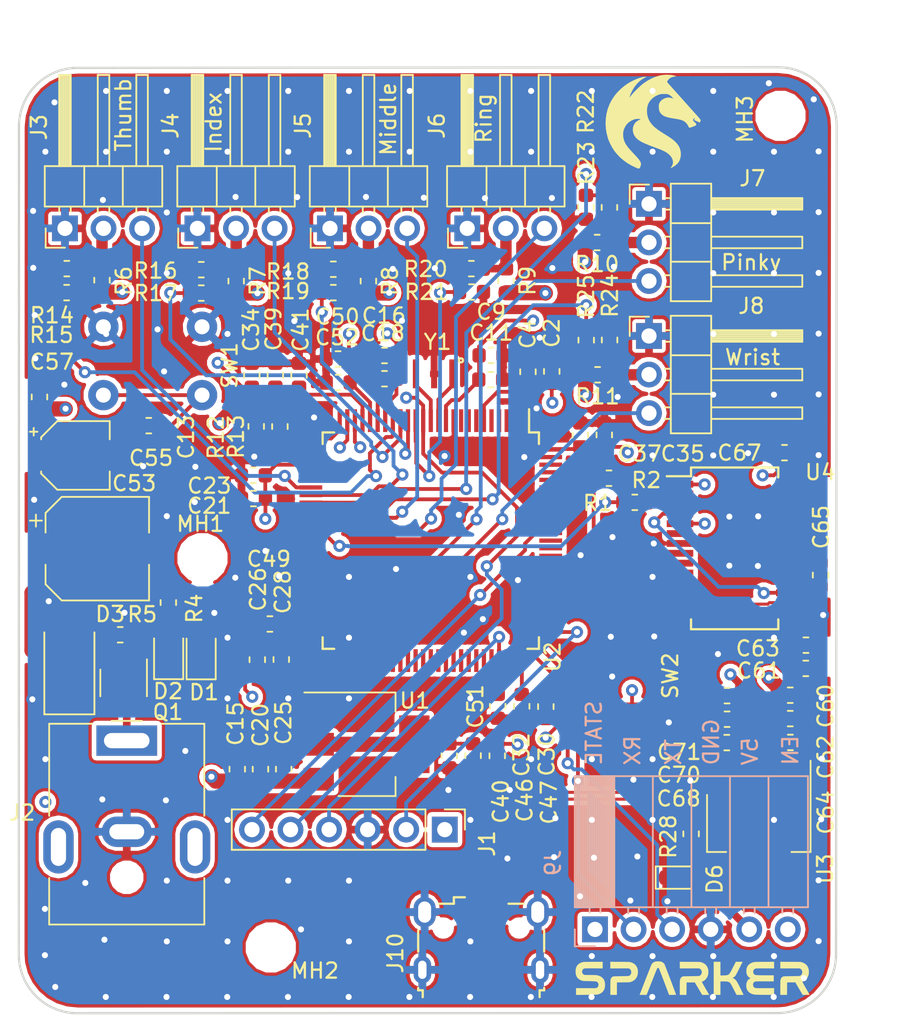
<source format=kicad_pcb>
(kicad_pcb (version 20171130) (host pcbnew "(5.0.0)")
  (layers (0 F.Cu signal) (1 In1.Cu power) (2 In2.Cu power) (31 B.Cu signal) (34 B.Paste user) (35 F.Paste user) (36 B.SilkS user hide) (37 F.SilkS user) (38 B.Mask user) (39 F.Mask user) (44 Edge.Cuts user))
  (net 0 "")
  (net 1 /GND)
  (net 2 /Communications/RX)
  (net 3 /Communications/TX)
  (net 4 /STM32F407VGTx/3V3)
  (net 5 /STM32F407VGTx/BOOT0)
  (net 6 /STM32F407VGTx/BOOT1)
  (net 7 /STM32F407VGTx/NRST)
  (net 8 "Net-(J9-Pad1)")
  (net 9 /Communications/+5V)
  (net 10 "Net-(J9-Pad6)")
  (net 11 "Net-(U2-Pad13)")
  (net 12 "Net-(U2-Pad12)")
  (net 13 /Control/FB1)
  (net 14 "Net-(D3-Pad2)")
  (net 15 /Control/VSER1)
  (net 16 /Control/FB_REF)
  (net 17 /V+)
  (net 18 /Control/VSER6)
  (net 19 /Control/VSER4)
  (net 20 /Control/VSER3)
  (net 21 /Control/VSER2)
  (net 22 "Net-(R4-Pad1)")
  (net 23 "Net-(D2-Pad2)")
  (net 24 /Control/VSER5)
  (net 25 "Net-(D6-Pad2)")
  (net 26 /Control/FB2)
  (net 27 /Control/FB3)
  (net 28 /Control/FB4)
  (net 29 /Control/FB5)
  (net 30 /Control/FB6)
  (net 31 "Net-(U4-Pad2)")
  (net 32 "Net-(U4-Pad3)")
  (net 33 "Net-(U4-Pad6)")
  (net 34 "Net-(U4-Pad9)")
  (net 35 "Net-(U4-Pad10)")
  (net 36 "Net-(U4-Pad11)")
  (net 37 "Net-(U4-Pad12)")
  (net 38 "Net-(U4-Pad13)")
  (net 39 "Net-(U4-Pad14)")
  (net 40 /Communications/D+)
  (net 41 /Communications/D-)
  (net 42 "Net-(U4-Pad19)")
  (net 43 "Net-(U4-Pad27)")
  (net 44 "Net-(U4-Pad28)")
  (net 45 "Net-(U2-Pad1)")
  (net 46 "Net-(U2-Pad2)")
  (net 47 "Net-(U2-Pad3)")
  (net 48 "Net-(U2-Pad4)")
  (net 49 "Net-(U2-Pad5)")
  (net 50 "Net-(U2-Pad7)")
  (net 51 "Net-(U2-Pad8)")
  (net 52 "Net-(U2-Pad9)")
  (net 53 "Net-(U2-Pad26)")
  (net 54 "Net-(U2-Pad29)")
  (net 55 "Net-(U2-Pad30)")
  (net 56 /STM32F407VGTx/PWM1)
  (net 57 /STM32F407VGTx/PWM2)
  (net 58 /STM32F407VGTx/PWM3)
  (net 59 /STM32F407VGTx/PWM4)
  (net 60 "Net-(U2-Pad38)")
  (net 61 "Net-(U2-Pad39)")
  (net 62 "Net-(U2-Pad41)")
  (net 63 "Net-(U2-Pad42)")
  (net 64 "Net-(U2-Pad43)")
  (net 65 "Net-(U2-Pad44)")
  (net 66 "Net-(U2-Pad46)")
  (net 67 "Net-(U2-Pad47)")
  (net 68 "Net-(U2-Pad48)")
  (net 69 "Net-(C49-Pad1)")
  (net 70 "Net-(U2-Pad51)")
  (net 71 "Net-(U2-Pad52)")
  (net 72 "Net-(U2-Pad53)")
  (net 73 "Net-(U2-Pad54)")
  (net 74 "Net-(U2-Pad55)")
  (net 75 "Net-(U2-Pad56)")
  (net 76 "Net-(U2-Pad57)")
  (net 77 "Net-(U2-Pad58)")
  (net 78 /STM32F407VGTx/PWM5)
  (net 79 /STM32F407VGTx/PWM6)
  (net 80 "Net-(U2-Pad61)")
  (net 81 "Net-(U2-Pad62)")
  (net 82 "Net-(U2-Pad63)")
  (net 83 "Net-(U2-Pad64)")
  (net 84 "Net-(U2-Pad65)")
  (net 85 "Net-(U2-Pad66)")
  (net 86 "Net-(U2-Pad67)")
  (net 87 "Net-(U2-Pad68)")
  (net 88 "Net-(U2-Pad69)")
  (net 89 "Net-(U2-Pad70)")
  (net 90 "Net-(U2-Pad71)")
  (net 91 /STM32F407VGTx/SWDIO)
  (net 92 "Net-(C51-Pad1)")
  (net 93 /STM32F407VGTx/SWCLK)
  (net 94 "Net-(U2-Pad77)")
  (net 95 "Net-(U2-Pad80)")
  (net 96 "Net-(U2-Pad81)")
  (net 97 "Net-(U2-Pad82)")
  (net 98 "Net-(U2-Pad83)")
  (net 99 "Net-(U2-Pad84)")
  (net 100 "Net-(U2-Pad85)")
  (net 101 "Net-(U2-Pad86)")
  (net 102 "Net-(U2-Pad87)")
  (net 103 "Net-(U2-Pad88)")
  (net 104 /STM32F407VGTx/SWO)
  (net 105 "Net-(U2-Pad90)")
  (net 106 "Net-(U2-Pad91)")
  (net 107 "Net-(U2-Pad92)")
  (net 108 "Net-(U2-Pad93)")
  (net 109 "Net-(U2-Pad95)")
  (net 110 "Net-(U2-Pad96)")
  (net 111 "Net-(U2-Pad97)")
  (net 112 "Net-(U2-Pad98)")
  (net 113 "Net-(J10-Pad1)")
  (net 114 "Net-(J10-Pad4)")
  (net 115 "Net-(C61-Pad1)")
  (net 116 "Net-(J2-Pad1)")
  (net 117 "Net-(U2-Pad40)")
  (net 118 "Net-(U4-Pad22)")
  (net 119 "Net-(U4-Pad23)")
  (net 120 /Communications/BT_TX)
  (net 121 /Communications/BT_RX)
  (module Switches:1825910-6 (layer F.Cu) (at 120 78.36)
    (fp_text reference SW1 (at 8.32 2.55 90) (layer F.SilkS))
    (fp_text value SW_Push)
    (pad 1 thru_hole circle (at 6.5 0) (size 2 2) (drill 0.99) (layers *.Cu *.Mask) (net 1 /GND))
    (pad 3 thru_hole circle (at 6.5 4.5) (size 2 2) (drill 0.99) (layers *.Cu *.Mask) (net 7 /STM32F407VGTx/NRST))
    (pad 4 thru_hole circle (at 0 4.5) (size 2 2) (drill 0.99) (layers *.Cu *.Mask) (net 7 /STM32F407VGTx/NRST))
    (pad 2 thru_hole circle (at 0 0) (size 2 2) (drill 0.99) (layers *.Cu *.Mask) (net 1 /GND))
  )
  (module Package_SO:SSOP-28_5.3x10.2mm_P0.65mm (layer F.Cu) (at 161.59 92.95)
    (fp_text reference U4 (at 5.64 -5.01) (layer F.SilkS))
    (fp_text value FT232RL)
    (pad 1 smd rect (at -3.6 -4.225) (size 1.75 0.45) (layers F.Cu F.Paste F.Mask) (net 3 /Communications/TX))
    (pad 2 smd rect (at -3.6 -3.575) (size 1.75 0.45) (layers F.Cu F.Paste F.Mask) (net 31 "Net-(U4-Pad2)"))
    (pad 3 smd rect (at -3.6 -2.925) (size 1.75 0.45) (layers F.Cu F.Paste F.Mask) (net 32 "Net-(U4-Pad3)"))
    (pad 4 smd rect (at -3.6 -2.275) (size 1.75 0.45) (layers F.Cu F.Paste F.Mask) (net 115 "Net-(C61-Pad1)"))
    (pad 5 smd rect (at -3.6 -1.625) (size 1.75 0.45) (layers F.Cu F.Paste F.Mask) (net 2 /Communications/RX))
    (pad 6 smd rect (at -3.6 -0.975) (size 1.75 0.45) (layers F.Cu F.Paste F.Mask) (net 33 "Net-(U4-Pad6)"))
    (pad 7 smd rect (at -3.6 -0.325) (size 1.75 0.45) (layers F.Cu F.Paste F.Mask) (net 1 /GND))
    (pad 8 smd rect (at -3.6 0.325) (size 1.75 0.45) (layers F.Cu F.Paste F.Mask))
    (pad 9 smd rect (at -3.6 0.975) (size 1.75 0.45) (layers F.Cu F.Paste F.Mask) (net 34 "Net-(U4-Pad9)"))
    (pad 10 smd rect (at -3.6 1.625) (size 1.75 0.45) (layers F.Cu F.Paste F.Mask) (net 35 "Net-(U4-Pad10)"))
    (pad 11 smd rect (at -3.6 2.275) (size 1.75 0.45) (layers F.Cu F.Paste F.Mask) (net 36 "Net-(U4-Pad11)"))
    (pad 12 smd rect (at -3.6 2.925) (size 1.75 0.45) (layers F.Cu F.Paste F.Mask) (net 37 "Net-(U4-Pad12)"))
    (pad 13 smd rect (at -3.6 3.575) (size 1.75 0.45) (layers F.Cu F.Paste F.Mask) (net 38 "Net-(U4-Pad13)"))
    (pad 14 smd rect (at -3.6 4.225) (size 1.75 0.45) (layers F.Cu F.Paste F.Mask) (net 39 "Net-(U4-Pad14)"))
    (pad 15 smd rect (at 3.6 4.225) (size 1.75 0.45) (layers F.Cu F.Paste F.Mask) (net 40 /Communications/D+))
    (pad 16 smd rect (at 3.6 3.575) (size 1.75 0.45) (layers F.Cu F.Paste F.Mask) (net 41 /Communications/D-))
    (pad 17 smd rect (at 3.6 2.925) (size 1.75 0.45) (layers F.Cu F.Paste F.Mask) (net 115 "Net-(C61-Pad1)"))
    (pad 18 smd rect (at 3.6 2.275) (size 1.75 0.45) (layers F.Cu F.Paste F.Mask) (net 1 /GND))
    (pad 19 smd rect (at 3.6 1.625) (size 1.75 0.45) (layers F.Cu F.Paste F.Mask) (net 42 "Net-(U4-Pad19)"))
    (pad 20 smd rect (at 3.6 0.975) (size 1.75 0.45) (layers F.Cu F.Paste F.Mask) (net 9 /Communications/+5V))
    (pad 21 smd rect (at 3.6 0.325) (size 1.75 0.45) (layers F.Cu F.Paste F.Mask) (net 1 /GND))
    (pad 22 smd rect (at 3.6 -0.325) (size 1.75 0.45) (layers F.Cu F.Paste F.Mask) (net 118 "Net-(U4-Pad22)"))
    (pad 23 smd rect (at 3.6 -0.975) (size 1.75 0.45) (layers F.Cu F.Paste F.Mask) (net 119 "Net-(U4-Pad23)"))
    (pad 24 smd rect (at 3.6 -1.625) (size 1.75 0.45) (layers F.Cu F.Paste F.Mask))
    (pad 25 smd rect (at 3.6 -2.275) (size 1.75 0.45) (layers F.Cu F.Paste F.Mask) (net 1 /GND))
    (pad 26 smd rect (at 3.6 -2.925) (size 1.75 0.45) (layers F.Cu F.Paste F.Mask) (net 1 /GND))
    (pad 27 smd rect (at 3.6 -3.575) (size 1.75 0.45) (layers F.Cu F.Paste F.Mask) (net 43 "Net-(U4-Pad27)"))
    (pad 28 smd rect (at 3.6 -4.225) (size 1.75 0.45) (layers F.Cu F.Paste F.Mask) (net 44 "Net-(U4-Pad28)"))
  )
  (module Connector_BarrelJack:BarrelJack_CUI_PJ-063AH_Horizontal (layer F.Cu) (at 121.54 105.61)
    (fp_text reference J2 (at -6.89 4.75) (layer F.SilkS))
    (fp_text value Barrel_Jack)
    (pad 1 thru_hole rect (at 0 0) (size 4 2) (drill oval 3 1) (layers *.Cu *.Mask) (net 116 "Net-(J2-Pad1)"))
    (pad 2 thru_hole oval (at 0 6) (size 3.3 2) (drill oval 2.3 1) (layers *.Cu *.Mask) (net 1 /GND))
    (pad MP thru_hole oval (at -4.5 7) (size 2 3.5) (drill oval 1 2.5) (layers *.Cu *.Mask))
    (pad MP thru_hole oval (at 4.5 7) (size 2 3.5) (drill oval 1 2.5) (layers *.Cu *.Mask))
    (pad "" np_thru_hole circle (at 0 9) (size 1.6 1.6) (drill 1.6) (layers *.Cu *.Mask))
  )
  (module Package_QFP:LQFP-100_14x14mm_P0.5mm (layer F.Cu) (at 141.57 92.44 270)
    (fp_text reference U2 (at 7.66 -8.03 270) (layer F.SilkS))
    (fp_text value STM32F407VGTx)
    (pad 1 smd rect (at -7.9 -6 270) (size 1.5 0.28) (layers F.Cu F.Paste F.Mask) (net 45 "Net-(U2-Pad1)"))
    (pad 2 smd rect (at -7.9 -5.5 270) (size 1.5 0.28) (layers F.Cu F.Paste F.Mask) (net 46 "Net-(U2-Pad2)"))
    (pad 3 smd rect (at -7.9 -5 270) (size 1.5 0.28) (layers F.Cu F.Paste F.Mask) (net 47 "Net-(U2-Pad3)"))
    (pad 4 smd rect (at -7.9 -4.5 270) (size 1.5 0.28) (layers F.Cu F.Paste F.Mask) (net 48 "Net-(U2-Pad4)"))
    (pad 5 smd rect (at -7.9 -4 270) (size 1.5 0.28) (layers F.Cu F.Paste F.Mask) (net 49 "Net-(U2-Pad5)"))
    (pad 6 smd rect (at -7.9 -3.5 270) (size 1.5 0.28) (layers F.Cu F.Paste F.Mask) (net 4 /STM32F407VGTx/3V3))
    (pad 7 smd rect (at -7.9 -3 270) (size 1.5 0.28) (layers F.Cu F.Paste F.Mask) (net 50 "Net-(U2-Pad7)"))
    (pad 8 smd rect (at -7.9 -2.5 270) (size 1.5 0.28) (layers F.Cu F.Paste F.Mask) (net 51 "Net-(U2-Pad8)"))
    (pad 9 smd rect (at -7.9 -2 270) (size 1.5 0.28) (layers F.Cu F.Paste F.Mask) (net 52 "Net-(U2-Pad9)"))
    (pad 10 smd rect (at -7.9 -1.5 270) (size 1.5 0.28) (layers F.Cu F.Paste F.Mask) (net 1 /GND))
    (pad 11 smd rect (at -7.9 -1 270) (size 1.5 0.28) (layers F.Cu F.Paste F.Mask) (net 4 /STM32F407VGTx/3V3))
    (pad 12 smd rect (at -7.9 -0.5 270) (size 1.5 0.28) (layers F.Cu F.Paste F.Mask) (net 12 "Net-(U2-Pad12)"))
    (pad 13 smd rect (at -7.9 0 270) (size 1.5 0.28) (layers F.Cu F.Paste F.Mask) (net 11 "Net-(U2-Pad13)"))
    (pad 14 smd rect (at -7.9 0.5 270) (size 1.5 0.28) (layers F.Cu F.Paste F.Mask) (net 7 /STM32F407VGTx/NRST))
    (pad 15 smd rect (at -7.9 1 270) (size 1.5 0.28) (layers F.Cu F.Paste F.Mask) (net 28 /Control/FB4))
    (pad 16 smd rect (at -7.9 1.5 270) (size 1.5 0.28) (layers F.Cu F.Paste F.Mask) (net 27 /Control/FB3))
    (pad 17 smd rect (at -7.9 2 270) (size 1.5 0.28) (layers F.Cu F.Paste F.Mask) (net 26 /Control/FB2))
    (pad 18 smd rect (at -7.9 2.5 270) (size 1.5 0.28) (layers F.Cu F.Paste F.Mask) (net 13 /Control/FB1))
    (pad 19 smd rect (at -7.9 3 270) (size 1.5 0.28) (layers F.Cu F.Paste F.Mask) (net 4 /STM32F407VGTx/3V3))
    (pad 20 smd rect (at -7.9 3.5 270) (size 1.5 0.28) (layers F.Cu F.Paste F.Mask) (net 1 /GND))
    (pad 21 smd rect (at -7.9 4 270) (size 1.5 0.28) (layers F.Cu F.Paste F.Mask) (net 4 /STM32F407VGTx/3V3))
    (pad 22 smd rect (at -7.9 4.5 270) (size 1.5 0.28) (layers F.Cu F.Paste F.Mask) (net 4 /STM32F407VGTx/3V3))
    (pad 23 smd rect (at -7.9 5 270) (size 1.5 0.28) (layers F.Cu F.Paste F.Mask) (net 3 /Communications/TX))
    (pad 24 smd rect (at -7.9 5.5 270) (size 1.5 0.28) (layers F.Cu F.Paste F.Mask) (net 2 /Communications/RX))
    (pad 25 smd rect (at -7.9 6 270) (size 1.5 0.28) (layers F.Cu F.Paste F.Mask) (net 16 /Control/FB_REF))
    (pad 26 smd rect (at -6 7.9) (size 1.5 0.28) (layers F.Cu F.Paste F.Mask) (net 53 "Net-(U2-Pad26)"))
    (pad 27 smd rect (at -5.5 7.9) (size 1.5 0.28) (layers F.Cu F.Paste F.Mask) (net 1 /GND))
    (pad 28 smd rect (at -5 7.9) (size 1.5 0.28) (layers F.Cu F.Paste F.Mask) (net 4 /STM32F407VGTx/3V3))
    (pad 29 smd rect (at -4.5 7.9) (size 1.5 0.28) (layers F.Cu F.Paste F.Mask) (net 54 "Net-(U2-Pad29)"))
    (pad 30 smd rect (at -4 7.9) (size 1.5 0.28) (layers F.Cu F.Paste F.Mask) (net 55 "Net-(U2-Pad30)"))
    (pad 31 smd rect (at -3.5 7.9) (size 1.5 0.28) (layers F.Cu F.Paste F.Mask) (net 56 /STM32F407VGTx/PWM1))
    (pad 32 smd rect (at -3 7.9) (size 1.5 0.28) (layers F.Cu F.Paste F.Mask) (net 57 /STM32F407VGTx/PWM2))
    (pad 33 smd rect (at -2.5 7.9) (size 1.5 0.28) (layers F.Cu F.Paste F.Mask) (net 29 /Control/FB5))
    (pad 34 smd rect (at -2 7.9) (size 1.5 0.28) (layers F.Cu F.Paste F.Mask) (net 30 /Control/FB6))
    (pad 35 smd rect (at -1.5 7.9) (size 1.5 0.28) (layers F.Cu F.Paste F.Mask) (net 58 /STM32F407VGTx/PWM3))
    (pad 36 smd rect (at -1 7.9) (size 1.5 0.28) (layers F.Cu F.Paste F.Mask) (net 59 /STM32F407VGTx/PWM4))
    (pad 37 smd rect (at -0.5 7.9) (size 1.5 0.28) (layers F.Cu F.Paste F.Mask) (net 6 /STM32F407VGTx/BOOT1))
    (pad 38 smd rect (at 0 7.9) (size 1.5 0.28) (layers F.Cu F.Paste F.Mask) (net 60 "Net-(U2-Pad38)"))
    (pad 39 smd rect (at 0.5 7.9) (size 1.5 0.28) (layers F.Cu F.Paste F.Mask) (net 61 "Net-(U2-Pad39)"))
    (pad 40 smd rect (at 1 7.9) (size 1.5 0.28) (layers F.Cu F.Paste F.Mask) (net 117 "Net-(U2-Pad40)"))
    (pad 41 smd rect (at 1.5 7.9) (size 1.5 0.28) (layers F.Cu F.Paste F.Mask) (net 62 "Net-(U2-Pad41)"))
    (pad 42 smd rect (at 2 7.9) (size 1.5 0.28) (layers F.Cu F.Paste F.Mask) (net 63 "Net-(U2-Pad42)"))
    (pad 43 smd rect (at 2.5 7.9) (size 1.5 0.28) (layers F.Cu F.Paste F.Mask) (net 64 "Net-(U2-Pad43)"))
    (pad 44 smd rect (at 3 7.9) (size 1.5 0.28) (layers F.Cu F.Paste F.Mask) (net 65 "Net-(U2-Pad44)"))
    (pad 45 smd rect (at 3.5 7.9) (size 1.5 0.28) (layers F.Cu F.Paste F.Mask) (net 22 "Net-(R4-Pad1)"))
    (pad 46 smd rect (at 4 7.9) (size 1.5 0.28) (layers F.Cu F.Paste F.Mask) (net 66 "Net-(U2-Pad46)"))
    (pad 47 smd rect (at 4.5 7.9) (size 1.5 0.28) (layers F.Cu F.Paste F.Mask) (net 67 "Net-(U2-Pad47)"))
    (pad 48 smd rect (at 5 7.9) (size 1.5 0.28) (layers F.Cu F.Paste F.Mask) (net 68 "Net-(U2-Pad48)"))
    (pad 49 smd rect (at 5.5 7.9) (size 1.5 0.28) (layers F.Cu F.Paste F.Mask) (net 69 "Net-(C49-Pad1)"))
    (pad 50 smd rect (at 6 7.9) (size 1.5 0.28) (layers F.Cu F.Paste F.Mask) (net 4 /STM32F407VGTx/3V3))
    (pad 51 smd rect (at 7.9 6 270) (size 1.5 0.28) (layers F.Cu F.Paste F.Mask) (net 70 "Net-(U2-Pad51)"))
    (pad 52 smd rect (at 7.9 5.5 270) (size 1.5 0.28) (layers F.Cu F.Paste F.Mask) (net 71 "Net-(U2-Pad52)"))
    (pad 53 smd rect (at 7.9 5 270) (size 1.5 0.28) (layers F.Cu F.Paste F.Mask) (net 72 "Net-(U2-Pad53)"))
    (pad 54 smd rect (at 7.9 4.5 270) (size 1.5 0.28) (layers F.Cu F.Paste F.Mask) (net 73 "Net-(U2-Pad54)"))
    (pad 55 smd rect (at 7.9 4 270) (size 1.5 0.28) (layers F.Cu F.Paste F.Mask) (net 74 "Net-(U2-Pad55)"))
    (pad 56 smd rect (at 7.9 3.5 270) (size 1.5 0.28) (layers F.Cu F.Paste F.Mask) (net 75 "Net-(U2-Pad56)"))
    (pad 57 smd rect (at 7.9 3 270) (size 1.5 0.28) (layers F.Cu F.Paste F.Mask) (net 76 "Net-(U2-Pad57)"))
    (pad 58 smd rect (at 7.9 2.5 270) (size 1.5 0.28) (layers F.Cu F.Paste F.Mask) (net 77 "Net-(U2-Pad58)"))
    (pad 59 smd rect (at 7.9 2 270) (size 1.5 0.28) (layers F.Cu F.Paste F.Mask) (net 78 /STM32F407VGTx/PWM5))
    (pad 60 smd rect (at 7.9 1.5 270) (size 1.5 0.28) (layers F.Cu F.Paste F.Mask) (net 79 /STM32F407VGTx/PWM6))
    (pad 61 smd rect (at 7.9 1 270) (size 1.5 0.28) (layers F.Cu F.Paste F.Mask) (net 80 "Net-(U2-Pad61)"))
    (pad 62 smd rect (at 7.9 0.5 270) (size 1.5 0.28) (layers F.Cu F.Paste F.Mask) (net 81 "Net-(U2-Pad62)"))
    (pad 63 smd rect (at 7.9 0 270) (size 1.5 0.28) (layers F.Cu F.Paste F.Mask) (net 82 "Net-(U2-Pad63)"))
    (pad 64 smd rect (at 7.9 -0.5 270) (size 1.5 0.28) (layers F.Cu F.Paste F.Mask) (net 83 "Net-(U2-Pad64)"))
    (pad 65 smd rect (at 7.9 -1 270) (size 1.5 0.28) (layers F.Cu F.Paste F.Mask) (net 84 "Net-(U2-Pad65)"))
    (pad 66 smd rect (at 7.9 -1.5 270) (size 1.5 0.28) (layers F.Cu F.Paste F.Mask) (net 85 "Net-(U2-Pad66)"))
    (pad 67 smd rect (at 7.9 -2 270) (size 1.5 0.28) (layers F.Cu F.Paste F.Mask) (net 86 "Net-(U2-Pad67)"))
    (pad 68 smd rect (at 7.9 -2.5 270) (size 1.5 0.28) (layers F.Cu F.Paste F.Mask) (net 87 "Net-(U2-Pad68)"))
    (pad 69 smd rect (at 7.9 -3 270) (size 1.5 0.28) (layers F.Cu F.Paste F.Mask) (net 88 "Net-(U2-Pad69)"))
    (pad 70 smd rect (at 7.9 -3.5 270) (size 1.5 0.28) (layers F.Cu F.Paste F.Mask) (net 89 "Net-(U2-Pad70)"))
    (pad 71 smd rect (at 7.9 -4 270) (size 1.5 0.28) (layers F.Cu F.Paste F.Mask) (net 90 "Net-(U2-Pad71)"))
    (pad 72 smd rect (at 7.9 -4.5 270) (size 1.5 0.28) (layers F.Cu F.Paste F.Mask) (net 91 /STM32F407VGTx/SWDIO))
    (pad 73 smd rect (at 7.9 -5 270) (size 1.5 0.28) (layers F.Cu F.Paste F.Mask) (net 92 "Net-(C51-Pad1)"))
    (pad 74 smd rect (at 7.9 -5.5 270) (size 1.5 0.28) (layers F.Cu F.Paste F.Mask) (net 1 /GND))
    (pad 75 smd rect (at 7.9 -6 270) (size 1.5 0.28) (layers F.Cu F.Paste F.Mask) (net 4 /STM32F407VGTx/3V3))
    (pad 76 smd rect (at 6 -7.9) (size 1.5 0.28) (layers F.Cu F.Paste F.Mask) (net 93 /STM32F407VGTx/SWCLK))
    (pad 77 smd rect (at 5.5 -7.9) (size 1.5 0.28) (layers F.Cu F.Paste F.Mask) (net 94 "Net-(U2-Pad77)"))
    (pad 78 smd rect (at 5 -7.9) (size 1.5 0.28) (layers F.Cu F.Paste F.Mask) (net 120 /Communications/BT_TX))
    (pad 79 smd rect (at 4.5 -7.9) (size 1.5 0.28) (layers F.Cu F.Paste F.Mask) (net 121 /Communications/BT_RX))
    (pad 80 smd rect (at 4 -7.9) (size 1.5 0.28) (layers F.Cu F.Paste F.Mask) (net 95 "Net-(U2-Pad80)"))
    (pad 81 smd rect (at 3.5 -7.9) (size 1.5 0.28) (layers F.Cu F.Paste F.Mask) (net 96 "Net-(U2-Pad81)"))
    (pad 82 smd rect (at 3 -7.9) (size 1.5 0.28) (layers F.Cu F.Paste F.Mask) (net 97 "Net-(U2-Pad82)"))
    (pad 83 smd rect (at 2.5 -7.9) (size 1.5 0.28) (layers F.Cu F.Paste F.Mask) (net 98 "Net-(U2-Pad83)"))
    (pad 84 smd rect (at 2 -7.9) (size 1.5 0.28) (layers F.Cu F.Paste F.Mask) (net 99 "Net-(U2-Pad84)"))
    (pad 85 smd rect (at 1.5 -7.9) (size 1.5 0.28) (layers F.Cu F.Paste F.Mask) (net 100 "Net-(U2-Pad85)"))
    (pad 86 smd rect (at 1 -7.9) (size 1.5 0.28) (layers F.Cu F.Paste F.Mask) (net 101 "Net-(U2-Pad86)"))
    (pad 87 smd rect (at 0.5 -7.9) (size 1.5 0.28) (layers F.Cu F.Paste F.Mask) (net 102 "Net-(U2-Pad87)"))
    (pad 88 smd rect (at 0 -7.9) (size 1.5 0.28) (layers F.Cu F.Paste F.Mask) (net 103 "Net-(U2-Pad88)"))
    (pad 89 smd rect (at -0.5 -7.9) (size 1.5 0.28) (layers F.Cu F.Paste F.Mask) (net 104 /STM32F407VGTx/SWO))
    (pad 90 smd rect (at -1 -7.9) (size 1.5 0.28) (layers F.Cu F.Paste F.Mask) (net 105 "Net-(U2-Pad90)"))
    (pad 91 smd rect (at -1.5 -7.9) (size 1.5 0.28) (layers F.Cu F.Paste F.Mask) (net 106 "Net-(U2-Pad91)"))
    (pad 92 smd rect (at -2 -7.9) (size 1.5 0.28) (layers F.Cu F.Paste F.Mask) (net 107 "Net-(U2-Pad92)"))
    (pad 93 smd rect (at -2.5 -7.9) (size 1.5 0.28) (layers F.Cu F.Paste F.Mask) (net 108 "Net-(U2-Pad93)"))
    (pad 94 smd rect (at -3 -7.9) (size 1.5 0.28) (layers F.Cu F.Paste F.Mask) (net 5 /STM32F407VGTx/BOOT0))
    (pad 95 smd rect (at -3.5 -7.9) (size 1.5 0.28) (layers F.Cu F.Paste F.Mask) (net 109 "Net-(U2-Pad95)"))
    (pad 96 smd rect (at -4 -7.9) (size 1.5 0.28) (layers F.Cu F.Paste F.Mask) (net 110 "Net-(U2-Pad96)"))
    (pad 97 smd rect (at -4.5 -7.9) (size 1.5 0.28) (layers F.Cu F.Paste F.Mask) (net 111 "Net-(U2-Pad97)"))
    (pad 98 smd rect (at -5 -7.9) (size 1.5 0.28) (layers F.Cu F.Paste F.Mask) (net 112 "Net-(U2-Pad98)"))
    (pad 99 smd rect (at -5.5 -7.9) (size 1.5 0.28) (layers F.Cu F.Paste F.Mask) (net 1 /GND))
    (pad 100 smd rect (at -6 -7.9) (size 1.5 0.28) (layers F.Cu F.Paste F.Mask) (net 4 /STM32F407VGTx/3V3))
  )
  (module Sparker:NASA_small (layer F.Cu) (at 158.8 121.29)
    (fp_text reference LOGO1 hide)
    (fp_text value SparkerLogo hide)
  )
  (module Capacitor_SMD:C_0603_1608Metric (layer F.Cu) (at 130.35 107.49 90)
    (fp_text reference C20 (at 2.91 0 90) (layer F.SilkS))
    (fp_text value 10n)
    (pad 1 smd roundrect (at -0.7875 0 90) (size 0.875 0.95) (layers F.Cu F.Paste F.Mask) (net 17 /V+))
    (pad 2 smd roundrect (at 0.7875 0 90) (size 0.875 0.95) (layers F.Cu F.Paste F.Mask) (net 1 /GND))
  )
  (module Capacitor_SMD:CP_Elec_4x5.4 (layer F.Cu) (at 118.16 86.83)
    (fp_text reference C55 (at 4.98 0.17 180) (layer F.SilkS))
    (fp_text value 10u)
    (pad 2 smd rect (at 1.8 0) (size 2.6 1.6) (layers F.Cu F.Paste F.Mask) (net 1 /GND))
    (pad 1 smd rect (at -1.8 0) (size 2.6 1.6) (layers F.Cu F.Paste F.Mask) (net 17 /V+))
  )
  (module Capacitor_SMD:CP_Elec_6.3x7.7 (layer F.Cu) (at 119.6 92.97)
    (fp_text reference C53 (at 2.43 -4.3) (layer F.SilkS))
    (fp_text value 100u)
    (pad 1 smd rect (at -2.7 0) (size 3.5 1.6) (layers F.Cu F.Paste F.Mask) (net 17 /V+))
    (pad 2 smd rect (at 2.7 0) (size 3.5 1.6) (layers F.Cu F.Paste F.Mask) (net 1 /GND))
  )
  (module Capacitor_SMD:C_0603_1608Metric (layer F.Cu) (at 145.54 80.24)
    (fp_text reference C9 (at 0.01 -2.86) (layer F.SilkS))
    (fp_text value 100n)
    (pad 1 smd roundrect (at -0.7875 0) (size 0.875 0.95) (layers F.Cu F.Paste F.Mask) (net 4 /STM32F407VGTx/3V3))
    (pad 2 smd roundrect (at 0.7875 0) (size 0.875 0.95) (layers F.Cu F.Paste F.Mask) (net 1 /GND))
  )
  (module Capacitor_SMD:C_0603_1608Metric (layer F.Cu) (at 132.89 81.55 90)
    (fp_text reference C41 (at 2.99 0.11 90) (layer F.SilkS))
    (fp_text value 1u)
    (pad 2 smd roundrect (at 0.7875 0 90) (size 0.875 0.95) (layers F.Cu F.Paste F.Mask) (net 1 /GND))
    (pad 1 smd roundrect (at -0.7875 0 90) (size 0.875 0.95) (layers F.Cu F.Paste F.Mask) (net 4 /STM32F407VGTx/3V3))
  )
  (module Capacitor_SMD:C_0603_1608Metric (layer F.Cu) (at 144.357443 106.599757 270)
    (fp_text reference C46 (at 2.93 -3.4 270) (layer F.SilkS))
    (fp_text value 10n)
    (pad 2 smd roundrect (at 0.7875 0 270) (size 0.875 0.95) (layers F.Cu F.Paste F.Mask) (net 1 /GND))
    (pad 1 smd roundrect (at -0.7875 0 270) (size 0.875 0.95) (layers F.Cu F.Paste F.Mask) (net 4 /STM32F407VGTx/3V3))
  )
  (module Capacitor_SMD:C_0603_1608Metric (layer F.Cu) (at 131.33 81.55 90)
    (fp_text reference C39 (at 3.05 -0.12 90) (layer F.SilkS))
    (fp_text value 100n)
    (pad 1 smd roundrect (at -0.7875 0 90) (size 0.875 0.95) (layers F.Cu F.Paste F.Mask) (net 4 /STM32F407VGTx/3V3))
    (pad 2 smd roundrect (at 0.7875 0 90) (size 0.875 0.95) (layers F.Cu F.Paste F.Mask) (net 1 /GND))
  )
  (module Capacitor_SMD:C_0603_1608Metric (layer F.Cu) (at 145.947443 106.609757 270)
    (fp_text reference C47 (at 3.07 -3.41 270) (layer F.SilkS))
    (fp_text value 4.7u)
    (pad 2 smd roundrect (at 0.7875 0 270) (size 0.875 0.95) (layers F.Cu F.Paste F.Mask) (net 1 /GND))
    (pad 1 smd roundrect (at -0.7875 0 270) (size 0.875 0.95) (layers F.Cu F.Paste F.Mask) (net 4 /STM32F407VGTx/3V3))
  )
  (module Capacitor_SMD:C_0603_1608Metric (layer F.Cu) (at 130.97 97.93 180)
    (fp_text reference C49 (at 0.07 4.28 180) (layer F.SilkS))
    (fp_text value 2.2u)
    (pad 2 smd roundrect (at 0.7875 0 180) (size 0.875 0.95) (layers F.Cu F.Paste F.Mask) (net 1 /GND))
    (pad 1 smd roundrect (at -0.7875 0 180) (size 0.875 0.95) (layers F.Cu F.Paste F.Mask) (net 69 "Net-(C49-Pad1)"))
  )
  (module Capacitor_SMD:C_0603_1608Metric (layer F.Cu) (at 135.46 80.48 180)
    (fp_text reference C50 (at 0.03 2.78 180) (layer F.SilkS))
    (fp_text value 1u)
    (pad 1 smd roundrect (at -0.7875 0 180) (size 0.875 0.95) (layers F.Cu F.Paste F.Mask) (net 4 /STM32F407VGTx/3V3))
    (pad 2 smd roundrect (at 0.7875 0 180) (size 0.875 0.95) (layers F.Cu F.Paste F.Mask) (net 1 /GND))
  )
  (module Capacitor_SMD:C_0603_1608Metric (layer F.Cu) (at 145.98 103.35 270)
    (fp_text reference C51 (at 0.01 1.47 270) (layer F.SilkS))
    (fp_text value 2.2u)
    (pad 2 smd roundrect (at 0.7875 0 270) (size 0.875 0.95) (layers F.Cu F.Paste F.Mask) (net 1 /GND))
    (pad 1 smd roundrect (at -0.7875 0 270) (size 0.875 0.95) (layers F.Cu F.Paste F.Mask) (net 92 "Net-(C51-Pad1)"))
  )
  (module Capacitor_SMD:C_0603_1608Metric (layer F.Cu) (at 135.470786 82.02932 180)
    (fp_text reference C52 (at 0.070786 2.96932 180) (layer F.SilkS))
    (fp_text value 10n)
    (pad 1 smd roundrect (at -0.7875 0 180) (size 0.875 0.95) (layers F.Cu F.Paste F.Mask) (net 4 /STM32F407VGTx/3V3))
    (pad 2 smd roundrect (at 0.7875 0 180) (size 0.875 0.95) (layers F.Cu F.Paste F.Mask) (net 1 /GND))
  )
  (module Capacitor_SMD:C_0603_1608Metric (layer F.Cu) (at 138.52 80.25 180)
    (fp_text reference C16 (at 0.04 2.62 180) (layer F.SilkS))
    (fp_text value 100n)
    (pad 1 smd roundrect (at -0.7875 0 180) (size 0.875 0.95) (layers F.Cu F.Paste F.Mask) (net 4 /STM32F407VGTx/3V3))
    (pad 2 smd roundrect (at 0.7875 0 180) (size 0.875 0.95) (layers F.Cu F.Paste F.Mask) (net 1 /GND))
  )
  (module Capacitor_SMD:C_0603_1608Metric (layer F.Cu) (at 128.82 107.49 90)
    (fp_text reference C15 (at 2.99 -0.11 90) (layer F.SilkS))
    (fp_text value 4.7u)
    (pad 2 smd roundrect (at 0.7875 0 90) (size 0.875 0.95) (layers F.Cu F.Paste F.Mask) (net 1 /GND))
    (pad 1 smd roundrect (at -0.7875 0 90) (size 0.875 0.95) (layers F.Cu F.Paste F.Mask) (net 17 /V+))
  )
  (module Capacitor_SMD:C_0603_1608Metric (layer F.Cu) (at 145.52 81.84)
    (fp_text reference C11 (at 0.03 -3.09) (layer F.SilkS))
    (fp_text value 10n)
    (pad 2 smd roundrect (at 0.7875 0) (size 0.875 0.95) (layers F.Cu F.Paste F.Mask) (net 1 /GND))
    (pad 1 smd roundrect (at -0.7875 0) (size 0.875 0.95) (layers F.Cu F.Paste F.Mask) (net 4 /STM32F407VGTx/3V3))
  )
  (module Capacitor_SMD:C_0603_1608Metric (layer F.Cu) (at 167.25 94.71 270)
    (fp_text reference C65 (at -3.16 -0.04 270) (layer F.SilkS))
    (fp_text value 10n)
    (pad 1 smd roundrect (at -0.7875 0 270) (size 0.875 0.95) (layers F.Cu F.Paste F.Mask) (net 9 /Communications/+5V))
    (pad 2 smd roundrect (at 0.7875 0 270) (size 0.875 0.95) (layers F.Cu F.Paste F.Mask) (net 1 /GND))
  )
  (module Capacitor_SMD:C_0603_1608Metric (layer F.Cu) (at 165.26 105.73)
    (fp_text reference C64 (at 2.33 4.61 90) (layer F.SilkS))
    (fp_text value 10n)
    (pad 2 smd roundrect (at 0.7875 0) (size 0.875 0.95) (layers F.Cu F.Paste F.Mask) (net 1 /GND))
    (pad 1 smd roundrect (at -0.7875 0) (size 0.875 0.95) (layers F.Cu F.Paste F.Mask) (net 17 /V+))
  )
  (module Capacitor_SMD:C_0603_1608Metric (layer F.Cu) (at 166.286376 99.32494 180)
    (fp_text reference C63 (at 3.17 -0.22 180) (layer F.SilkS))
    (fp_text value 10n)
    (pad 1 smd roundrect (at -0.7875 0 180) (size 0.875 0.95) (layers F.Cu F.Paste F.Mask) (net 115 "Net-(C61-Pad1)"))
    (pad 2 smd roundrect (at 0.7875 0 180) (size 0.875 0.95) (layers F.Cu F.Paste F.Mask) (net 1 /GND))
  )
  (module Capacitor_SMD:C_0603_1608Metric (layer F.Cu) (at 165.25 104.16)
    (fp_text reference C62 (at 2.33 2.54 90) (layer F.SilkS))
    (fp_text value 100n)
    (pad 2 smd roundrect (at 0.7875 0) (size 0.875 0.95) (layers F.Cu F.Paste F.Mask) (net 1 /GND))
    (pad 1 smd roundrect (at -0.7875 0) (size 0.875 0.95) (layers F.Cu F.Paste F.Mask) (net 17 /V+))
  )
  (module Capacitor_SMD:C_0603_1608Metric (layer F.Cu) (at 166.276376 100.85494 180)
    (fp_text reference C61 (at 3.08 -0.15 180) (layer F.SilkS))
    (fp_text value 100n)
    (pad 1 smd roundrect (at -0.7875 0 180) (size 0.875 0.95) (layers F.Cu F.Paste F.Mask) (net 115 "Net-(C61-Pad1)"))
    (pad 2 smd roundrect (at 0.7875 0 180) (size 0.875 0.95) (layers F.Cu F.Paste F.Mask) (net 1 /GND))
  )
  (module Capacitor_SMD:C_0603_1608Metric (layer F.Cu) (at 165.25 102.62)
    (fp_text reference C60 (at 2.33 0.71 90) (layer F.SilkS))
    (fp_text value 4.7u)
    (pad 2 smd roundrect (at 0.7875 0) (size 0.875 0.95) (layers F.Cu F.Paste F.Mask) (net 1 /GND))
    (pad 1 smd roundrect (at -0.7875 0) (size 0.875 0.95) (layers F.Cu F.Paste F.Mask) (net 17 /V+))
  )
  (module Capacitor_SMD:C_0603_1608Metric (layer F.Cu) (at 147.971543 81.322549 90)
    (fp_text reference C4 (at 2.48 -0.02 90) (layer F.SilkS))
    (fp_text value 10n)
    (pad 1 smd roundrect (at -0.7875 0 90) (size 0.875 0.95) (layers F.Cu F.Paste F.Mask) (net 4 /STM32F407VGTx/3V3))
    (pad 2 smd roundrect (at 0.7875 0 90) (size 0.875 0.95) (layers F.Cu F.Paste F.Mask) (net 1 /GND))
  )
  (module Capacitor_SMD:C_0603_1608Metric (layer F.Cu) (at 115.79 82.98 90)
    (fp_text reference C57 (at 2.31 0.81 180) (layer F.SilkS))
    (fp_text value 4.7u)
    (pad 1 smd roundrect (at -0.7875 0 90) (size 0.875 0.95) (layers F.Cu F.Paste F.Mask) (net 17 /V+))
    (pad 2 smd roundrect (at 0.7875 0 90) (size 0.875 0.95) (layers F.Cu F.Paste F.Mask) (net 1 /GND))
  )
  (module Capacitor_SMD:C_0603_1608Metric (layer F.Cu) (at 122.99 84.87 180)
    (fp_text reference C13 (at -2.46 -0.76 90) (layer F.SilkS))
    (fp_text value 0.1u)
    (pad 2 smd roundrect (at 0.7875 0 180) (size 0.875 0.95) (layers F.Cu F.Paste F.Mask) (net 1 /GND))
    (pad 1 smd roundrect (at -0.7875 0 180) (size 0.875 0.95) (layers F.Cu F.Paste F.Mask) (net 7 /STM32F407VGTx/NRST))
  )
  (module Capacitor_SMD:C_0603_1608Metric (layer F.Cu) (at 129.89 89.67 180)
    (fp_text reference C21 (at 2.9175 -0.48 180) (layer F.SilkS))
    (fp_text value 100n)
    (pad 1 smd roundrect (at -0.7875 0 180) (size 0.875 0.95) (layers F.Cu F.Paste F.Mask) (net 4 /STM32F407VGTx/3V3))
    (pad 2 smd roundrect (at 0.7875 0 180) (size 0.875 0.95) (layers F.Cu F.Paste F.Mask) (net 1 /GND))
  )
  (module Capacitor_SMD:C_0603_1608Metric (layer F.Cu) (at 129.88 88.14 180)
    (fp_text reference C23 (at 2.9 -0.69 180) (layer F.SilkS))
    (fp_text value 10n)
    (pad 2 smd roundrect (at 0.7875 0 180) (size 0.875 0.95) (layers F.Cu F.Paste F.Mask) (net 1 /GND))
    (pad 1 smd roundrect (at -0.7875 0 180) (size 0.875 0.95) (layers F.Cu F.Paste F.Mask) (net 4 /STM32F407VGTx/3V3))
  )
  (module Capacitor_SMD:C_0603_1608Metric (layer F.Cu) (at 131.880686 107.487988 90)
    (fp_text reference C25 (at 3.05 -0.02 90) (layer F.SilkS))
    (fp_text value 1n)
    (pad 2 smd roundrect (at 0.7875 0 90) (size 0.875 0.95) (layers F.Cu F.Paste F.Mask) (net 1 /GND))
    (pad 1 smd roundrect (at -0.7875 0 90) (size 0.875 0.95) (layers F.Cu F.Paste F.Mask) (net 17 /V+))
  )
  (module Capacitor_SMD:C_0603_1608Metric (layer F.Cu) (at 142.787443 106.609757 270)
    (fp_text reference C40 (at 3.01 -3.4 270) (layer F.SilkS))
    (fp_text value 1n)
    (pad 1 smd roundrect (at -0.7875 0 270) (size 0.875 0.95) (layers F.Cu F.Paste F.Mask) (net 4 /STM32F407VGTx/3V3))
    (pad 2 smd roundrect (at 0.7875 0 270) (size 0.875 0.95) (layers F.Cu F.Paste F.Mask) (net 1 /GND))
  )
  (module Capacitor_SMD:C_0603_1608Metric (layer F.Cu) (at 131.72 100.27 270)
    (fp_text reference C28 (at -4.45 -0.1 270) (layer F.SilkS))
    (fp_text value 10n)
    (pad 1 smd roundrect (at -0.7875 0 270) (size 0.875 0.95) (layers F.Cu F.Paste F.Mask) (net 4 /STM32F407VGTx/3V3))
    (pad 2 smd roundrect (at 0.7875 0 270) (size 0.875 0.95) (layers F.Cu F.Paste F.Mask) (net 1 /GND))
  )
  (module Capacitor_SMD:C_0603_1608Metric (layer F.Cu) (at 149.15 103.37 270)
    (fp_text reference C30 (at 3.14 -0.06 270) (layer F.SilkS))
    (fp_text value 100n)
    (pad 1 smd roundrect (at -0.7875 0 270) (size 0.875 0.95) (layers F.Cu F.Paste F.Mask) (net 4 /STM32F407VGTx/3V3))
    (pad 2 smd roundrect (at 0.7875 0 270) (size 0.875 0.95) (layers F.Cu F.Paste F.Mask) (net 1 /GND))
  )
  (module Capacitor_SMD:C_0603_1608Metric (layer F.Cu) (at 138.52 81.78 180)
    (fp_text reference C18 (at 0.11 2.99 180) (layer F.SilkS))
    (fp_text value 10n)
    (pad 2 smd roundrect (at 0.7875 0 180) (size 0.875 0.95) (layers F.Cu F.Paste F.Mask) (net 1 /GND))
    (pad 1 smd roundrect (at -0.7875 0 180) (size 0.875 0.95) (layers F.Cu F.Paste F.Mask) (net 4 /STM32F407VGTx/3V3))
  )
  (module Capacitor_SMD:C_0603_1608Metric (layer F.Cu) (at 149.54 81.3 90)
    (fp_text reference C2 (at 2.5325 0 90) (layer F.SilkS))
    (fp_text value 100n)
    (pad 1 smd roundrect (at -0.7875 0 90) (size 0.875 0.95) (layers F.Cu F.Paste F.Mask) (net 4 /STM32F407VGTx/3V3))
    (pad 2 smd roundrect (at 0.7875 0 90) (size 0.875 0.95) (layers F.Cu F.Paste F.Mask) (net 1 /GND))
  )
  (module Capacitor_SMD:C_0603_1608Metric (layer F.Cu) (at 161.0875 102.65 180)
    (fp_text reference C71 (at 3.1575 -3.71 180) (layer F.SilkS))
    (fp_text value 10n)
    (pad 2 smd roundrect (at 0.7875 0 180) (size 0.875 0.95) (layers F.Cu F.Paste F.Mask) (net 1 /GND))
    (pad 1 smd roundrect (at -0.7875 0 180) (size 0.875 0.95) (layers F.Cu F.Paste F.Mask) (net 9 /Communications/+5V))
  )
  (module Capacitor_SMD:C_0603_1608Metric (layer F.Cu) (at 161.09 104.2 180)
    (fp_text reference C70 (at 3.18 -3.67 180) (layer F.SilkS))
    (fp_text value 100n)
    (pad 1 smd roundrect (at -0.7875 0 180) (size 0.875 0.95) (layers F.Cu F.Paste F.Mask) (net 9 /Communications/+5V))
    (pad 2 smd roundrect (at 0.7875 0 180) (size 0.875 0.95) (layers F.Cu F.Paste F.Mask) (net 1 /GND))
  )
  (module Capacitor_SMD:C_0603_1608Metric (layer F.Cu) (at 161.07 105.74 180)
    (fp_text reference C68 (at 3.17 -3.69 180) (layer F.SilkS))
    (fp_text value 4.7u)
    (pad 2 smd roundrect (at 0.7875 0 180) (size 0.875 0.95) (layers F.Cu F.Paste F.Mask) (net 1 /GND))
    (pad 1 smd roundrect (at -0.7875 0 180) (size 0.875 0.95) (layers F.Cu F.Paste F.Mask) (net 9 /Communications/+5V))
  )
  (module Capacitor_SMD:C_0603_1608Metric (layer F.Cu) (at 164.8725 86.65 180)
    (fp_text reference C67 (at 2.9725 -0.01 180) (layer F.SilkS))
    (fp_text value 100n)
    (pad 1 smd roundrect (at -0.7875 0 180) (size 0.875 0.95) (layers F.Cu F.Paste F.Mask) (net 9 /Communications/+5V))
    (pad 2 smd roundrect (at 0.7875 0 180) (size 0.875 0.95) (layers F.Cu F.Paste F.Mask) (net 1 /GND))
  )
  (module Capacitor_SMD:C_0603_1608Metric (layer F.Cu) (at 130.14 100.28 270)
    (fp_text reference C26 (at -4.63 -0.05 270) (layer F.SilkS))
    (fp_text value 100n)
    (pad 2 smd roundrect (at 0.7875 0 270) (size 0.875 0.95) (layers F.Cu F.Paste F.Mask) (net 1 /GND))
    (pad 1 smd roundrect (at -0.7875 0 270) (size 0.875 0.95) (layers F.Cu F.Paste F.Mask) (net 4 /STM32F407VGTx/3V3))
  )
  (module Capacitor_SMD:C_0603_1608Metric (layer F.Cu) (at 151.42 85.48 90)
    (fp_text reference C37 (at -1.24 3.91 180) (layer F.SilkS))
    (fp_text value 10n)
    (pad 2 smd roundrect (at 0.7875 0 90) (size 0.875 0.95) (layers F.Cu F.Paste F.Mask) (net 1 /GND))
    (pad 1 smd roundrect (at -0.7875 0 90) (size 0.875 0.95) (layers F.Cu F.Paste F.Mask) (net 4 /STM32F407VGTx/3V3))
  )
  (module Capacitor_SMD:C_0603_1608Metric (layer F.Cu) (at 153 85.48 90)
    (fp_text reference C35 (at -1.24 5.17 180) (layer F.SilkS))
    (fp_text value 100n)
    (pad 2 smd roundrect (at 0.7875 0 90) (size 0.875 0.95) (layers F.Cu F.Paste F.Mask) (net 1 /GND))
    (pad 1 smd roundrect (at -0.7875 0 90) (size 0.875 0.95) (layers F.Cu F.Paste F.Mask) (net 4 /STM32F407VGTx/3V3))
  )
  (module Capacitor_SMD:C_0603_1608Metric (layer F.Cu) (at 129.78 81.5525 90)
    (fp_text reference C34 (at 2.9925 -0.04 90) (layer F.SilkS))
    (fp_text value 10n)
    (pad 1 smd roundrect (at -0.7875 0 90) (size 0.875 0.95) (layers F.Cu F.Paste F.Mask) (net 4 /STM32F407VGTx/3V3))
    (pad 2 smd roundrect (at 0.7875 0 90) (size 0.875 0.95) (layers F.Cu F.Paste F.Mask) (net 1 /GND))
  )
  (module Capacitor_SMD:C_0603_1608Metric (layer F.Cu) (at 147.56 103.35 270)
    (fp_text reference C32 (at 3.19 0.01 270) (layer F.SilkS))
    (fp_text value 10n)
    (pad 1 smd roundrect (at -0.7875 0 270) (size 0.875 0.95) (layers F.Cu F.Paste F.Mask) (net 4 /STM32F407VGTx/3V3))
    (pad 2 smd roundrect (at 0.7875 0 270) (size 0.875 0.95) (layers F.Cu F.Paste F.Mask) (net 1 /GND))
  )
  (module Connector_PinHeader_2.54mm:PinHeader_1x03_P2.54mm_Horizontal (layer F.Cu) (at 155.945001 78.965001)
    (fp_text reference J8 (at 6.744999 -1.975001) (layer F.SilkS))
    (fp_text value Wrist (at 6.824999 1.404999) (layer F.SilkS))
    (pad 3 thru_hole oval (at 0 5.08) (size 1.7 1.7) (drill 1) (layers *.Cu *.Mask) (net 79 /STM32F407VGTx/PWM6))
    (pad 2 thru_hole oval (at 0 2.54) (size 1.7 1.7) (drill 1) (layers *.Cu *.Mask) (net 18 /Control/VSER6))
    (pad 1 thru_hole rect (at 0 0) (size 1.7 1.7) (drill 1) (layers *.Cu *.Mask) (net 1 /GND))
  )
  (module Connector_PinHeader_2.54mm:PinHeader_1x03_P2.54mm_Horizontal (layer F.Cu) (at 155.945001 70.265001)
    (fp_text reference J7 (at 6.814999 -1.675001) (layer F.SilkS))
    (fp_text value Pinky (at 6.734999 3.854999) (layer F.SilkS))
    (pad 1 thru_hole rect (at 0 0) (size 1.7 1.7) (drill 1) (layers *.Cu *.Mask) (net 1 /GND))
    (pad 2 thru_hole oval (at 0 2.54) (size 1.7 1.7) (drill 1) (layers *.Cu *.Mask) (net 24 /Control/VSER5))
    (pad 3 thru_hole oval (at 0 5.08) (size 1.7 1.7) (drill 1) (layers *.Cu *.Mask) (net 78 /STM32F407VGTx/PWM5))
  )
  (module Connector_PinHeader_2.54mm:PinHeader_1x03_P2.54mm_Horizontal (layer F.Cu) (at 143.972311 71.880074 90)
    (fp_text reference J6 (at 6.760074 -2.002311 90) (layer F.SilkS))
    (fp_text value Ring (at 7.250074 1.087689 90) (layer F.SilkS))
    (pad 3 thru_hole oval (at 0 5.08 90) (size 1.7 1.7) (drill 1) (layers *.Cu *.Mask) (net 59 /STM32F407VGTx/PWM4))
    (pad 2 thru_hole oval (at 0 2.54 90) (size 1.7 1.7) (drill 1) (layers *.Cu *.Mask) (net 19 /Control/VSER4))
    (pad 1 thru_hole rect (at 0 0 90) (size 1.7 1.7) (drill 1) (layers *.Cu *.Mask) (net 1 /GND))
  )
  (module Connector_PinHeader_2.54mm:PinHeader_1x03_P2.54mm_Horizontal (layer F.Cu) (at 134.93 71.880074 90)
    (fp_text reference J5 (at 6.760074 -1.78 90) (layer F.SilkS))
    (fp_text value Middle (at 7.200074 3.84 90) (layer F.SilkS))
    (pad 1 thru_hole rect (at 0 0 90) (size 1.7 1.7) (drill 1) (layers *.Cu *.Mask) (net 1 /GND))
    (pad 2 thru_hole oval (at 0 2.54 90) (size 1.7 1.7) (drill 1) (layers *.Cu *.Mask) (net 20 /Control/VSER3))
    (pad 3 thru_hole oval (at 0 5.08 90) (size 1.7 1.7) (drill 1) (layers *.Cu *.Mask) (net 58 /STM32F407VGTx/PWM3))
  )
  (module Connector_PinHeader_2.54mm:PinHeader_1x03_P2.54mm_Horizontal (layer F.Cu) (at 126.2 71.880074 90)
    (fp_text reference J4 (at 6.760074 -1.77 90) (layer F.SilkS))
    (fp_text value Index (at 6.980074 1.07 90) (layer F.SilkS))
    (pad 3 thru_hole oval (at 0 5.08 90) (size 1.7 1.7) (drill 1) (layers *.Cu *.Mask) (net 57 /STM32F407VGTx/PWM2))
    (pad 2 thru_hole oval (at 0 2.54 90) (size 1.7 1.7) (drill 1) (layers *.Cu *.Mask) (net 21 /Control/VSER2))
    (pad 1 thru_hole rect (at 0 0 90) (size 1.7 1.7) (drill 1) (layers *.Cu *.Mask) (net 1 /GND))
  )
  (module Connector_PinHeader_2.54mm:PinHeader_1x03_P2.54mm_Horizontal (layer F.Cu) (at 117.47 71.880074 90)
    (fp_text reference J3 (at 6.660074 -1.71 90) (layer F.SilkS))
    (fp_text value Thumb (at 7.470074 3.85 90) (layer F.SilkS))
    (pad 1 thru_hole rect (at 0 0 90) (size 1.7 1.7) (drill 1) (layers *.Cu *.Mask) (net 1 /GND))
    (pad 2 thru_hole oval (at 0 2.54 90) (size 1.7 1.7) (drill 1) (layers *.Cu *.Mask) (net 15 /Control/VSER1))
    (pad 3 thru_hole oval (at 0 5.08 90) (size 1.7 1.7) (drill 1) (layers *.Cu *.Mask) (net 56 /STM32F407VGTx/PWM1))
  )
  (module Connector_PinHeader_2.54mm:PinHeader_1x06_P2.54mm_Vertical (layer F.Cu) (at 142.49 111.47 270)
    (fp_text reference J1 (at 0.92 -2.79 90) (layer F.SilkS))
    (fp_text value "SWD Header")
    (pad 1 thru_hole rect (at 0 0 270) (size 1.7 1.7) (drill 1) (layers *.Cu *.Mask) (net 4 /STM32F407VGTx/3V3))
    (pad 2 thru_hole oval (at 0 2.54 270) (size 1.7 1.7) (drill 1) (layers *.Cu *.Mask) (net 93 /STM32F407VGTx/SWCLK))
    (pad 3 thru_hole oval (at 0 5.08 270) (size 1.7 1.7) (drill 1) (layers *.Cu *.Mask) (net 1 /GND))
    (pad 4 thru_hole oval (at 0 7.62 270) (size 1.7 1.7) (drill 1) (layers *.Cu *.Mask) (net 91 /STM32F407VGTx/SWDIO))
    (pad 5 thru_hole oval (at 0 10.16 270) (size 1.7 1.7) (drill 1) (layers *.Cu *.Mask) (net 7 /STM32F407VGTx/NRST))
    (pad 6 thru_hole oval (at 0 12.7 270) (size 1.7 1.7) (drill 1) (layers *.Cu *.Mask) (net 104 /STM32F407VGTx/SWO))
  )
  (module Connector_USB:USB_Micro-B_Wuerth_629105150521 (layer F.Cu) (at 144.89 118.75)
    (fp_text reference J10 (at -5.65 0.85 90) (layer F.SilkS))
    (fp_text value USB_B_Mini)
    (pad 1 smd rect (at -1.3 -1.9) (size 0.45 1.3) (layers F.Cu F.Paste F.Mask) (net 113 "Net-(J10-Pad1)"))
    (pad 2 smd rect (at -0.65 -1.9) (size 0.45 1.3) (layers F.Cu F.Paste F.Mask) (net 41 /Communications/D-))
    (pad 3 smd rect (at 0 -1.9) (size 0.45 1.3) (layers F.Cu F.Paste F.Mask) (net 40 /Communications/D+))
    (pad 4 smd rect (at 0.65 -1.9) (size 0.45 1.3) (layers F.Cu F.Paste F.Mask) (net 114 "Net-(J10-Pad4)"))
    (pad 5 smd rect (at 1.3 -1.9) (size 0.45 1.3) (layers F.Cu F.Paste F.Mask) (net 1 /GND))
    (pad 6 thru_hole oval (at -3.725 -1.85) (size 1.45 2) (drill oval 0.85 1.4) (layers *.Cu *.Mask) (net 1 /GND))
    (pad 6 thru_hole oval (at 3.725 -1.85) (size 1.45 2) (drill oval 0.85 1.4) (layers *.Cu *.Mask) (net 1 /GND))
    (pad 6 thru_hole oval (at -3.875 1.95) (size 1.15 1.8) (drill oval 0.55 1.2) (layers *.Cu *.Mask) (net 1 /GND))
    (pad 6 thru_hole oval (at 3.875 1.95) (size 1.15 1.8) (drill oval 0.55 1.2) (layers *.Cu *.Mask) (net 1 /GND))
    (pad "" np_thru_hole oval (at -2.5 -0.8) (size 0.8 0.8) (drill 0.8) (layers *.Cu *.Mask))
    (pad "" np_thru_hole oval (at 2.5 -0.8) (size 0.8 0.8) (drill 0.8) (layers *.Cu *.Mask))
  )
  (module Diode_SMD:D_SMA (layer F.Cu) (at 117.76 100.48 90)
    (fp_text reference D3 (at 3.2 2.69) (layer F.SilkS))
    (fp_text value 10V)
    (pad 1 smd rect (at -2 0 90) (size 2.5 1.8) (layers F.Cu F.Paste F.Mask) (net 17 /V+))
    (pad 2 smd rect (at 2 0 90) (size 2.5 1.8) (layers F.Cu F.Paste F.Mask) (net 14 "Net-(D3-Pad2)"))
  )
  (module LED_SMD:LED_0603_1608Metric (layer F.Cu) (at 157.87 114.63)
    (fp_text reference D6 (at 2.402 0.098 90) (layer F.SilkS))
    (fp_text value LED)
    (pad 1 smd roundrect (at -0.7875 0) (size 0.875 0.95) (layers F.Cu F.Paste F.Mask) (net 1 /GND))
    (pad 2 smd roundrect (at 0.7875 0) (size 0.875 0.95) (layers F.Cu F.Paste F.Mask) (net 25 "Net-(D6-Pad2)"))
  )
  (module LED_SMD:LED_0805_2012Metric (layer F.Cu) (at 124.3 99.88 90)
    (fp_text reference D2 (at -2.48 -0.04 180) (layer F.SilkS))
    (fp_text value "LO R976-PS-1")
    (pad 2 smd roundrect (at 0.9375 0 90) (size 0.975 1.4) (layers F.Cu F.Paste F.Mask) (net 23 "Net-(D2-Pad2)"))
    (pad 1 smd roundrect (at -0.9375 0 90) (size 0.975 1.4) (layers F.Cu F.Paste F.Mask) (net 1 /GND))
  )
  (module LED_SMD:LED_0805_2012Metric (layer F.Cu) (at 126.44 99.89 90)
    (fp_text reference D1 (at -2.54 0.19 180) (layer F.SilkS))
    (fp_text value LTST-C171TBKT)
    (pad 1 smd roundrect (at -0.9375 0 90) (size 0.975 1.4) (layers F.Cu F.Paste F.Mask) (net 1 /GND))
    (pad 2 smd roundrect (at 0.9375 0 90) (size 0.975 1.4) (layers F.Cu F.Paste F.Mask) (net 4 /STM32F407VGTx/3V3))
  )
  (module MountingHole:MountingHole_2.7mm_M2.5 (layer F.Cu) (at 126.53 93.6)
    (fp_text reference MH1 (at -0.14 -2.26 180) (layer F.SilkS))
    (fp_text value " ")
    (pad 1 np_thru_hole circle (at 0 0) (size 2.7 2.7) (drill 2.7) (layers *.Cu *.Mask))
  )
  (module MountingHole:MountingHole_2.7mm_M2.5 (layer F.Cu) (at 131.03 119.23)
    (fp_text reference MH2 (at 2.91 1.53) (layer F.SilkS))
    (fp_text value MountingHole)
    (pad 1 np_thru_hole circle (at 0 0) (size 2.7 2.7) (drill 2.7) (layers *.Cu *.Mask))
  )
  (module MountingHole:MountingHole_2.7mm_M2.5 (layer F.Cu) (at 164.61 64.47)
    (fp_text reference MH3 (at -2.34 0.22 90) (layer F.SilkS))
    (fp_text value MountingHole)
    (pad 1 np_thru_hole circle (at 0 0) (size 2.7 2.7) (drill 2.7) (layers *.Cu *.Mask))
  )
  (module Package_TO_SOT_SMD:SOT-223-3_TabPin2 (layer F.Cu) (at 137.337443 105.849757)
    (fp_text reference U1 (at 3.182557 -2.869757) (layer F.SilkS))
    (fp_text value LDL1117S33R)
    (pad 2 smd rect (at 3.15 0) (size 2 3.8) (layers F.Cu F.Paste F.Mask) (net 4 /STM32F407VGTx/3V3))
    (pad 2 smd rect (at -3.15 0) (size 2 1.5) (layers F.Cu F.Paste F.Mask) (net 4 /STM32F407VGTx/3V3))
    (pad 3 smd rect (at -3.15 2.3) (size 2 1.5) (layers F.Cu F.Paste F.Mask) (net 17 /V+))
    (pad 1 smd rect (at -3.15 -2.3) (size 2 1.5) (layers F.Cu F.Paste F.Mask) (net 1 /GND))
  )
  (module Package_TO_SOT_SMD:SOT-223-6 (layer F.Cu) (at 163.18 111.07 270)
    (fp_text reference U3 (at 2.98 -4.38 270) (layer F.SilkS))
    (fp_text value MCP1755T-5002E_SOT223-5)
    (pad 4 smd rect (at -3.1375 1.27 270) (size 2.2 0.6) (layers F.Cu F.Paste F.Mask) (net 9 /Communications/+5V))
    (pad 2 smd rect (at -3.1375 -1.27 270) (size 2.2 0.6) (layers F.Cu F.Paste F.Mask) (net 17 /V+))
    (pad 6 smd rect (at 3.1625 0 270) (size 2.15 3.45) (layers F.Cu F.Paste F.Mask) (net 1 /GND))
    (pad 3 smd rect (at -3.1375 0 270) (size 2.2 0.6) (layers F.Cu F.Paste F.Mask) (net 1 /GND))
    (pad 5 smd rect (at -3.1375 2.54 270) (size 2.2 0.6) (layers F.Cu F.Paste F.Mask) (net 1 /GND))
    (pad 1 smd rect (at -3.1375 -2.54 270) (size 2.2 0.6) (layers F.Cu F.Paste F.Mask) (net 17 /V+))
  )
  (module Package_TO_SOT_SMD:TSOT-23-6 (layer F.Cu) (at 121.36 101.81 270)
    (fp_text reference Q1 (at 1.92 -2.89 180) (layer F.SilkS))
    (fp_text value SQ3425EV-T1_GE3)
    (pad 1 smd rect (at -1.31 -0.95 270) (size 1.22 0.65) (layers F.Cu F.Paste F.Mask) (net 116 "Net-(J2-Pad1)"))
    (pad 2 smd rect (at -1.31 0 270) (size 1.22 0.65) (layers F.Cu F.Paste F.Mask) (net 116 "Net-(J2-Pad1)"))
    (pad 3 smd rect (at -1.31 0.95 270) (size 1.22 0.65) (layers F.Cu F.Paste F.Mask) (net 14 "Net-(D3-Pad2)"))
    (pad 4 smd rect (at 1.31 0.95 270) (size 1.22 0.65) (layers F.Cu F.Paste F.Mask) (net 17 /V+))
    (pad 5 smd rect (at 1.31 0 270) (size 1.22 0.65) (layers F.Cu F.Paste F.Mask) (net 116 "Net-(J2-Pad1)"))
    (pad 6 smd rect (at 1.31 -0.95 270) (size 1.22 0.65) (layers F.Cu F.Paste F.Mask) (net 116 "Net-(J2-Pad1)"))
  )
  (module Resistor_SMD:R_0603_1608Metric (layer F.Cu) (at 151.79 70.49 270)
    (fp_text reference R23 (at -2.9 -0.03 270) (layer F.SilkS))
    (fp_text value 100k)
    (pad 1 smd roundrect (at -0.7875 0 270) (size 0.875 0.95) (layers F.Cu F.Paste F.Mask) (net 29 /Control/FB5))
    (pad 2 smd roundrect (at 0.7875 0 270) (size 0.875 0.95) (layers F.Cu F.Paste F.Mask) (net 1 /GND))
  )
  (module Resistor_SMD:R_0603_1608Metric (layer F.Cu) (at 155.01 89.92)
    (fp_text reference R2 (at 0.76 -1.46) (layer F.SilkS))
    (fp_text value 100k)
    (pad 2 smd roundrect (at 0.7875 0) (size 0.875 0.95) (layers F.Cu F.Paste F.Mask) (net 1 /GND))
    (pad 1 smd roundrect (at -0.7875 0) (size 0.875 0.95) (layers F.Cu F.Paste F.Mask) (net 6 /STM32F407VGTx/BOOT1))
  )
  (module Resistor_SMD:R_0603_1608Metric (layer F.Cu) (at 126.45 74.6 180)
    (fp_text reference R16 (at 3.01 -0.07 180) (layer F.SilkS))
    (fp_text value 500k)
    (pad 1 smd roundrect (at -0.7875 0 180) (size 0.875 0.95) (layers F.Cu F.Paste F.Mask) (net 21 /Control/VSER2))
    (pad 2 smd roundrect (at 0.7875 0 180) (size 0.875 0.95) (layers F.Cu F.Paste F.Mask) (net 26 /Control/FB2))
  )
  (module Resistor_SMD:R_0603_1608Metric (layer F.Cu) (at 151.81 79.24 270)
    (fp_text reference R25 (at -2.88 0 270) (layer F.SilkS))
    (fp_text value 100k)
    (pad 2 smd roundrect (at 0.7875 0 270) (size 0.875 0.95) (layers F.Cu F.Paste F.Mask) (net 1 /GND))
    (pad 1 smd roundrect (at -0.7875 0 270) (size 0.875 0.95) (layers F.Cu F.Paste F.Mask) (net 30 /Control/FB6))
  )
  (module Resistor_SMD:R_0603_1608Metric (layer F.Cu) (at 153.35 79.23 90)
    (fp_text reference R24 (at 2.92 0.03 90) (layer F.SilkS))
    (fp_text value 500k)
    (pad 1 smd roundrect (at -0.7875 0 90) (size 0.875 0.95) (layers F.Cu F.Paste F.Mask) (net 18 /Control/VSER6))
    (pad 2 smd roundrect (at 0.7875 0 90) (size 0.875 0.95) (layers F.Cu F.Paste F.Mask) (net 30 /Control/FB6))
  )
  (module Resistor_SMD:R_0603_1608Metric (layer F.Cu) (at 153.34 70.5 90)
    (fp_text reference R22 (at 6.3 -1.55 90) (layer F.SilkS))
    (fp_text value 500k)
    (pad 2 smd roundrect (at 0.7875 0 90) (size 0.875 0.95) (layers F.Cu F.Paste F.Mask) (net 29 /Control/FB5))
    (pad 1 smd roundrect (at -0.7875 0 90) (size 0.875 0.95) (layers F.Cu F.Paste F.Mask) (net 24 /Control/VSER5))
  )
  (module Resistor_SMD:R_0603_1608Metric (layer F.Cu) (at 144.252311 76.070074)
    (fp_text reference R21 (at -2.97 0) (layer F.SilkS))
    (fp_text value 100k)
    (pad 1 smd roundrect (at -0.7875 0) (size 0.875 0.95) (layers F.Cu F.Paste F.Mask) (net 28 /Control/FB4))
    (pad 2 smd roundrect (at 0.7875 0) (size 0.875 0.95) (layers F.Cu F.Paste F.Mask) (net 1 /GND))
  )
  (module Resistor_SMD:R_0603_1608Metric (layer F.Cu) (at 144.242311 74.530074 180)
    (fp_text reference R20 (at 3.01 -0.03 180) (layer F.SilkS))
    (fp_text value 500k)
    (pad 2 smd roundrect (at 0.7875 0 180) (size 0.875 0.95) (layers F.Cu F.Paste F.Mask) (net 28 /Control/FB4))
    (pad 1 smd roundrect (at -0.7875 0 180) (size 0.875 0.95) (layers F.Cu F.Paste F.Mask) (net 19 /Control/VSER4))
  )
  (module Resistor_SMD:R_0603_1608Metric (layer F.Cu) (at 135.15 76.11)
    (fp_text reference R19 (at -2.99 -0.09) (layer F.SilkS))
    (fp_text value 100k)
    (pad 1 smd roundrect (at -0.7875 0) (size 0.875 0.95) (layers F.Cu F.Paste F.Mask) (net 27 /Control/FB3))
    (pad 2 smd roundrect (at 0.7875 0) (size 0.875 0.95) (layers F.Cu F.Paste F.Mask) (net 1 /GND))
  )
  (module Resistor_SMD:R_0603_1608Metric (layer F.Cu) (at 135.15 74.57 180)
    (fp_text reference R18 (at 2.99 -0.16 180) (layer F.SilkS))
    (fp_text value 500k)
    (pad 2 smd roundrect (at 0.7875 0 180) (size 0.875 0.95) (layers F.Cu F.Paste F.Mask) (net 27 /Control/FB3))
    (pad 1 smd roundrect (at -0.7875 0 180) (size 0.875 0.95) (layers F.Cu F.Paste F.Mask) (net 20 /Control/VSER3))
  )
  (module Resistor_SMD:R_0603_1608Metric (layer F.Cu) (at 126.45 76.14)
    (fp_text reference R17 (at -3 0.01) (layer F.SilkS))
    (fp_text value 100k)
    (pad 1 smd roundrect (at -0.7875 0) (size 0.875 0.95) (layers F.Cu F.Paste F.Mask) (net 26 /Control/FB2))
    (pad 2 smd roundrect (at 0.7875 0) (size 0.875 0.95) (layers F.Cu F.Paste F.Mask) (net 1 /GND))
  )
  (module Resistor_SMD:R_0603_1608Metric (layer F.Cu) (at 158.72 111.75 90)
    (fp_text reference R28 (at -0.184 -1.496 270) (layer F.SilkS))
    (fp_text value 150)
    (pad 2 smd roundrect (at 0.7875 0 90) (size 0.875 0.95) (layers F.Cu F.Paste F.Mask) (net 9 /Communications/+5V))
    (pad 1 smd roundrect (at -0.7875 0 90) (size 0.875 0.95) (layers F.Cu F.Paste F.Mask) (net 25 "Net-(D6-Pad2)"))
  )
  (module Resistor_SMD:R_0603_1608Metric (layer F.Cu) (at 152.53 72.81 180)
    (fp_text reference R10 (at 0 -1.43 180) (layer F.SilkS))
    (fp_text value 50m)
    (pad 1 smd roundrect (at -0.7875 0 180) (size 0.875 0.95) (layers F.Cu F.Paste F.Mask) (net 24 /Control/VSER5))
    (pad 2 smd roundrect (at 0.7875 0 180) (size 0.875 0.95) (layers F.Cu F.Paste F.Mask) (net 17 /V+))
  )
  (module Resistor_SMD:R_0603_1608Metric (layer F.Cu) (at 153.31 88.33)
    (fp_text reference R1 (at -0.74 1.64) (layer F.SilkS))
    (fp_text value 100k)
    (pad 2 smd roundrect (at 0.7875 0) (size 0.875 0.95) (layers F.Cu F.Paste F.Mask) (net 1 /GND))
    (pad 1 smd roundrect (at -0.7875 0) (size 0.875 0.95) (layers F.Cu F.Paste F.Mask) (net 5 /STM32F407VGTx/BOOT0))
  )
  (module Resistor_SMD:R_0603_1608Metric (layer F.Cu) (at 124.28 96.52 270)
    (fp_text reference R4 (at 0.39 -1.72 270) (layer F.SilkS))
    (fp_text value 65R)
    (pad 1 smd roundrect (at -0.7875 0 270) (size 0.875 0.95) (layers F.Cu F.Paste F.Mask) (net 22 "Net-(R4-Pad1)"))
    (pad 2 smd roundrect (at 0.7875 0 270) (size 0.875 0.95) (layers F.Cu F.Paste F.Mask) (net 23 "Net-(D2-Pad2)"))
  )
  (module Resistor_SMD:R_0603_1608Metric (layer F.Cu) (at 119.91 75.29 270)
    (fp_text reference R6 (at 0.05 -1.44 90) (layer F.SilkS))
    (fp_text value 50m)
    (pad 2 smd roundrect (at 0.7875 0 270) (size 0.875 0.95) (layers F.Cu F.Paste F.Mask) (net 17 /V+))
    (pad 1 smd roundrect (at -0.7875 0 270) (size 0.875 0.95) (layers F.Cu F.Paste F.Mask) (net 15 /Control/VSER1))
  )
  (module Resistor_SMD:R_0603_1608Metric (layer F.Cu) (at 128.75 75.35 270)
    (fp_text reference R7 (at 0 -1.43 270) (layer F.SilkS))
    (fp_text value 50m)
    (pad 1 smd roundrect (at -0.7875 0 270) (size 0.875 0.95) (layers F.Cu F.Paste F.Mask) (net 21 /Control/VSER2))
    (pad 2 smd roundrect (at 0.7875 0 270) (size 0.875 0.95) (layers F.Cu F.Paste F.Mask) (net 17 /V+))
  )
  (module Resistor_SMD:R_0603_1608Metric (layer F.Cu) (at 137.46 75.35 270)
    (fp_text reference R8 (at 0 -1.43 270) (layer F.SilkS))
    (fp_text value 50m)
    (pad 2 smd roundrect (at 0.7875 0 270) (size 0.875 0.95) (layers F.Cu F.Paste F.Mask) (net 17 /V+))
    (pad 1 smd roundrect (at -0.7875 0 270) (size 0.875 0.95) (layers F.Cu F.Paste F.Mask) (net 20 /Control/VSER3))
  )
  (module Resistor_SMD:R_0603_1608Metric (layer F.Cu) (at 146.522311 75.330074 270)
    (fp_text reference R9 (at 0 -1.43 270) (layer F.SilkS))
    (fp_text value 50m)
    (pad 1 smd roundrect (at -0.7875 0 270) (size 0.875 0.95) (layers F.Cu F.Paste F.Mask) (net 19 /Control/VSER4))
    (pad 2 smd roundrect (at 0.7875 0 270) (size 0.875 0.95) (layers F.Cu F.Paste F.Mask) (net 17 /V+))
  )
  (module Resistor_SMD:R_0603_1608Metric (layer F.Cu) (at 152.56 81.52 180)
    (fp_text reference R11 (at 0 -1.43 180) (layer F.SilkS))
    (fp_text value 50m)
    (pad 2 smd roundrect (at 0.7875 0 180) (size 0.875 0.95) (layers F.Cu F.Paste F.Mask) (net 17 /V+))
    (pad 1 smd roundrect (at -0.7875 0 180) (size 0.875 0.95) (layers F.Cu F.Paste F.Mask) (net 18 /Control/VSER6))
  )
  (module Resistor_SMD:R_0603_1608Metric (layer F.Cu) (at 130.07 84.92 270)
    (fp_text reference R12 (at 0.72 2.66 270) (layer F.SilkS))
    (fp_text value 500k)
    (pad 1 smd roundrect (at -0.7875 0 270) (size 0.875 0.95) (layers F.Cu F.Paste F.Mask) (net 17 /V+))
    (pad 2 smd roundrect (at 0.7875 0 270) (size 0.875 0.95) (layers F.Cu F.Paste F.Mask) (net 16 /Control/FB_REF))
  )
  (module Resistor_SMD:R_0603_1608Metric (layer F.Cu) (at 131.63 84.9275 90)
    (fp_text reference R13 (at -0.6725 -2.89 90) (layer F.SilkS))
    (fp_text value 100k)
    (pad 2 smd roundrect (at 0.7875 0 90) (size 0.875 0.95) (layers F.Cu F.Paste F.Mask) (net 1 /GND))
    (pad 1 smd roundrect (at -0.7875 0 90) (size 0.875 0.95) (layers F.Cu F.Paste F.Mask) (net 16 /Control/FB_REF))
  )
  (module Resistor_SMD:R_0603_1608Metric (layer F.Cu) (at 117.59 74.53 180)
    (fp_text reference R14 (at 0.98 -3.08 180) (layer F.SilkS))
    (fp_text value 500k)
    (pad 1 smd roundrect (at -0.7875 0 180) (size 0.875 0.95) (layers F.Cu F.Paste F.Mask) (net 15 /Control/VSER1))
    (pad 2 smd roundrect (at 0.7875 0 180) (size 0.875 0.95) (layers F.Cu F.Paste F.Mask) (net 13 /Control/FB1))
  )
  (module Resistor_SMD:R_0603_1608Metric (layer F.Cu) (at 121.11 98.64)
    (fp_text reference R5 (at 1.45 -1.34) (layer F.SilkS))
    (fp_text value 33k)
    (pad 2 smd roundrect (at 0.7875 0) (size 0.875 0.95) (layers F.Cu F.Paste F.Mask) (net 1 /GND))
    (pad 1 smd roundrect (at -0.7875 0) (size 0.875 0.95) (layers F.Cu F.Paste F.Mask) (net 14 "Net-(D3-Pad2)"))
  )
  (module Resistor_SMD:R_0603_1608Metric (layer F.Cu) (at 117.58 76.11)
    (fp_text reference R15 (at -1 2.79) (layer F.SilkS))
    (fp_text value 100k)
    (pad 1 smd roundrect (at -0.7875 0) (size 0.875 0.95) (layers F.Cu F.Paste F.Mask) (net 13 /Control/FB1))
    (pad 2 smd roundrect (at 0.7875 0) (size 0.875 0.95) (layers F.Cu F.Paste F.Mask) (net 1 /GND))
  )
  (module Resonators:CSTNE12M0GH5L000R0 (layer F.Cu) (at 141.79 81.46)
    (fp_text reference Y1 (at 0.23 -2.1) (layer F.SilkS))
    (fp_text value 12MHz)
    (pad 3 smd rect (at -1.2 0) (size 0.4 1.9) (layers F.Cu F.Paste F.Mask) (net 11 "Net-(U2-Pad13)"))
    (pad 2 smd rect (at 0 0) (size 0.4 1.9) (layers F.Cu F.Paste F.Mask) (net 1 /GND))
    (pad 1 smd rect (at 1.2 0) (size 0.4 1.9) (layers F.Cu F.Paste F.Mask) (net 12 "Net-(U2-Pad12)"))
  )
  (module Resonators:HC-05 (layer B.Cu) (at 152.39 118.04 270)
    (fp_text reference J9 (at -4.38 2.77 270) (layer B.SilkS) (effects (justify mirror)))
    (fp_text value HC05)
    (fp_text user EN (at -11.79 -12.87 270) (layer B.SilkS) (effects (justify mirror)))
    (fp_text user 5V (at -11.718571 -10.21 270) (layer B.SilkS) (effects (justify mirror)))
    (fp_text user GND (at -12.337619 -7.66 270) (layer B.SilkS) (effects (justify mirror)))
    (fp_text user TX (at -11.670952 -5.16 270) (layer B.SilkS) (effects (justify mirror)))
    (fp_text user RX (at -11.79 -2.47 270) (layer B.SilkS) (effects (justify mirror)))
    (fp_text user STATE (at -12.932857 0.07 270) (layer B.SilkS) (effects (justify mirror)))
    (pad 1 thru_hole rect (at 0 0 270) (size 1.7 1.7) (drill 1) (layers *.Cu *.Mask) (net 8 "Net-(J9-Pad1)"))
    (pad 2 thru_hole oval (at 0 -2.54 270) (size 1.7 1.7) (drill 1) (layers *.Cu *.Mask) (net 120 /Communications/BT_TX))
    (pad 3 thru_hole oval (at 0 -5.08 270) (size 1.7 1.7) (drill 1) (layers *.Cu *.Mask) (net 121 /Communications/BT_RX))
    (pad 4 thru_hole oval (at 0 -7.62 270) (size 1.7 1.7) (drill 1) (layers *.Cu *.Mask) (net 1 /GND))
    (pad 5 thru_hole oval (at 0 -10.16 270) (size 1.7 1.7) (drill 1) (layers *.Cu *.Mask) (net 9 /Communications/+5V))
    (pad 6 thru_hole oval (at 0 -12.7 270) (size 1.7 1.7) (drill 1) (layers *.Cu *.Mask) (net 10 "Net-(J9-Pad6)"))
  )
  (module Sparker:UoN (layer F.Cu) (at 156.18 64.91)
    (fp_text reference LOGO2 hide)
    (fp_text value UoNLogo hide)
  )
  (module Switches:DIP-Switch_01x02 (layer F.Cu) (at 154.84 95.71 270)
    (fp_text reference SW2 (at 5.63 -2.51 270) (layer F.SilkS))
    (fp_text value SW_DIP_x02)
    (pad 1 smd rect (at 0 0.1) (size 1.13 2.44) (layers F.Cu F.Paste F.Mask) (net 6 /STM32F407VGTx/BOOT1))
    (pad 4 smd rect (at 8.61 0) (size 1.13 2.44) (layers F.Cu F.Paste F.Mask) (net 4 /STM32F407VGTx/3V3))
    (pad 2 smd rect (at 0 2.54) (size 1.13 2.44) (layers F.Cu F.Paste F.Mask) (net 5 /STM32F407VGTx/BOOT0))
    (pad 3 smd rect (at 8.57 2.54) (size 1.13 2.44) (layers F.Cu F.Paste F.Mask) (net 4 /STM32F407VGTx/3V3))
  )
  (gr_line (start 118.3 61.31) (end 164.46 61.27) (layer Edge.Cuts) (width 0.15))
  (gr_arc (start 164.45 65.13) (end 168.31 65.13) (angle -90) (layer Edge.Cuts) (width 0.15))
  (gr_line (start 168.31 65.13) (end 168.27 119.73) (layer Edge.Cuts) (width 0.15))
  (gr_line (start 118.29 123.56) (end 164.45 123.55) (layer Edge.Cuts) (width 0.15))
  (gr_arc (start 164.41 119.69) (end 164.41 123.55) (angle -90) (layer Edge.Cuts) (width 0.15))
  (gr_line (start 114.44 65.16) (end 114.43 119.68) (layer Edge.Cuts) (width 0.15))
  (gr_arc (start 118.29 119.7) (end 114.43 119.7) (angle -90) (layer Edge.Cuts) (width 0.15))
  (gr_arc (start 118.3 65.17) (end 118.3 61.31) (angle -90) (layer Edge.Cuts) (width 0.15))
  (via (at 116.18 109.65) (size 0.8) (drill 0.4) (layers F.Cu B.Cu) (net 0))
  (via (at 156.26 92.63) (size 0.8) (drill 0.4) (layers F.Cu B.Cu) (net 1))
  (via (at 116.78 63.58) (size 0.8) (drill 0.4) (layers F.Cu B.Cu) (net 1))
  (via (at 120.18 62.83) (size 0.8) (drill 0.4) (layers F.Cu B.Cu) (net 1))
  (via (at 124.18 62.83) (size 0.8) (drill 0.4) (layers F.Cu B.Cu) (net 1))
  (via (at 128.18 62.83) (size 0.8) (drill 0.4) (layers F.Cu B.Cu) (net 1))
  (via (at 132.18 62.83) (size 0.8) (drill 0.4) (layers F.Cu B.Cu) (net 1))
  (via (at 136.18 62.83) (size 0.8) (drill 0.4) (layers F.Cu B.Cu) (net 1))
  (via (at 140.18 62.83) (size 0.8) (drill 0.4) (layers F.Cu B.Cu) (net 1))
  (via (at 144.18 62.83) (size 0.8) (drill 0.4) (layers F.Cu B.Cu) (net 1))
  (via (at 148.18 62.83) (size 0.8) (drill 0.4) (layers F.Cu B.Cu) (net 1))
  (via (at 152.18 62.83) (size 0.8) (drill 0.4) (layers F.Cu B.Cu) (net 1))
  (via (at 156.18 62.83) (size 0.8) (drill 0.4) (layers F.Cu B.Cu) (net 1))
  (via (at 160.18 62.83) (size 0.8) (drill 0.4) (layers F.Cu B.Cu) (net 1))
  (via (at 163.84 62.32) (size 0.8) (drill 0.4) (layers F.Cu B.Cu) (net 1))
  (via (at 116.18 66.83) (size 0.8) (drill 0.4) (layers F.Cu B.Cu) (net 1))
  (via (at 115.37 70.73) (size 0.8) (drill 0.4) (layers F.Cu B.Cu) (net 1))
  (via (at 115.38 74.48) (size 0.8) (drill 0.4) (layers F.Cu B.Cu) (net 1))
  (via (at 115.48 77.59) (size 0.8) (drill 0.4) (layers F.Cu B.Cu) (net 1))
  (via (at 117.43 82.17) (size 0.8) (drill 0.4) (layers F.Cu B.Cu) (net 1))
  (via (at 115.52 80.44) (size 0.8) (drill 0.4) (layers F.Cu B.Cu) (net 1))
  (via (at 115.44 89.75) (size 0.8) (drill 0.4) (layers F.Cu B.Cu) (net 1))
  (via (at 116.4 96.43) (size 0.8) (drill 0.4) (layers F.Cu B.Cu) (net 1))
  (via (at 116.18 106.83) (size 0.8) (drill 0.4) (layers F.Cu B.Cu) (net 1))
  (via (at 118.81 114.98) (size 0.8) (drill 0.4) (layers F.Cu B.Cu) (net 1))
  (via (at 116.15 116.69) (size 0.8) (drill 0.4) (layers F.Cu B.Cu) (net 1))
  (via (at 116.15 119.74) (size 0.8) (drill 0.4) (layers F.Cu B.Cu) (net 1))
  (via (at 116.83 121.83) (size 0.8) (drill 0.4) (layers F.Cu B.Cu) (net 1))
  (via (at 160.18 66.83) (size 0.8) (drill 0.4) (layers F.Cu B.Cu) (net 1))
  (via (at 160.18 70.83) (size 0.8) (drill 0.4) (layers F.Cu B.Cu) (net 1))
  (via (at 160.18 74.83) (size 0.8) (drill 0.4) (layers F.Cu B.Cu) (net 1))
  (via (at 160.18 78.83) (size 0.8) (drill 0.4) (layers F.Cu B.Cu) (net 1))
  (via (at 160.18 82.83) (size 0.8) (drill 0.4) (layers F.Cu B.Cu) (net 1))
  (via (at 160.18 86.83) (size 0.8) (drill 0.4) (layers F.Cu B.Cu) (net 1))
  (via (at 161.24 90.86) (size 0.8) (drill 0.4) (layers F.Cu B.Cu) (net 1))
  (via (at 161.24 94.09) (size 0.8) (drill 0.4) (layers F.Cu B.Cu) (net 1))
  (via (at 160.18 119.8) (size 0.8) (drill 0.4) (layers F.Cu B.Cu) (net 1))
  (via (at 160.16 122.49) (size 0.8) (drill 0.4) (layers F.Cu B.Cu) (net 1))
  (via (at 144.18 66.83) (size 0.8) (drill 0.4) (layers F.Cu B.Cu) (net 1))
  (via (at 145.14 69.89) (size 0.8) (drill 0.4) (layers F.Cu B.Cu) (net 1))
  (via (at 141.84 74.5) (size 0.8) (drill 0.4) (layers F.Cu B.Cu) (net 1))
  (via (at 143.42 90.74) (size 0.8) (drill 0.4) (layers F.Cu B.Cu) (net 1))
  (via (at 144.18 94.83) (size 0.8) (drill 0.4) (layers F.Cu B.Cu) (net 1))
  (via (at 143.75 98.5) (size 0.8) (drill 0.4) (layers F.Cu B.Cu) (net 1))
  (via (at 144.18 102.83) (size 0.8) (drill 0.4) (layers F.Cu B.Cu) (net 1))
  (via (at 144.18 110.83) (size 0.8) (drill 0.4) (layers F.Cu B.Cu) (net 1))
  (via (at 144.18 118.83) (size 0.8) (drill 0.4) (layers F.Cu B.Cu) (net 1))
  (via (at 144.16 122.49) (size 0.8) (drill 0.4) (layers F.Cu B.Cu) (net 1))
  (via (at 156.18 66.83) (size 0.8) (drill 0.4) (layers F.Cu B.Cu) (net 1))
  (via (at 153.88 82.98) (size 0.8) (drill 0.4) (layers F.Cu B.Cu) (net 1))
  (via (at 156.18 86.83) (size 0.8) (drill 0.4) (layers F.Cu B.Cu) (net 1))
  (via (at 156.18 94.83) (size 0.8) (drill 0.4) (layers F.Cu B.Cu) (net 1))
  (via (at 156.29 98.75) (size 0.8) (drill 0.4) (layers F.Cu B.Cu) (net 1))
  (via (at 156.18 106.83) (size 0.8) (drill 0.4) (layers F.Cu B.Cu) (net 1))
  (via (at 156.18 110.83) (size 0.8) (drill 0.4) (layers F.Cu B.Cu) (net 1))
  (via (at 157.16 116.19) (size 0.8) (drill 0.4) (layers F.Cu B.Cu) (net 1))
  (via (at 156.18 119.8) (size 0.8) (drill 0.4) (layers F.Cu B.Cu) (net 1))
  (via (at 156.16 122.49) (size 0.8) (drill 0.4) (layers F.Cu B.Cu) (net 1))
  (via (at 140.18 66.83) (size 0.8) (drill 0.4) (layers F.Cu B.Cu) (net 1))
  (via (at 141.11 69.86) (size 0.8) (drill 0.4) (layers F.Cu B.Cu) (net 1))
  (via (at 139.07 74.55) (size 0.8) (drill 0.4) (layers F.Cu B.Cu) (net 1))
  (via (at 139.67 77.96) (size 0.8) (drill 0.4) (layers F.Cu B.Cu) (net 1))
  (via (at 139.28 94.31) (size 0.8) (drill 0.4) (layers F.Cu B.Cu) (net 1))
  (via (at 140.16 122.49) (size 0.8) (drill 0.4) (layers F.Cu B.Cu) (net 1))
  (via (at 164.18 66.83) (size 0.8) (drill 0.4) (layers F.Cu B.Cu) (net 1))
  (via (at 164.18 70.83) (size 0.8) (drill 0.4) (layers F.Cu B.Cu) (net 1))
  (via (at 164.18 74.83) (size 0.8) (drill 0.4) (layers F.Cu B.Cu) (net 1))
  (via (at 164.18 78.83) (size 0.8) (drill 0.4) (layers F.Cu B.Cu) (net 1))
  (via (at 164.18 82.83) (size 0.8) (drill 0.4) (layers F.Cu B.Cu) (net 1))
  (via (at 162.47 86.68) (size 0.8) (drill 0.4) (layers F.Cu B.Cu) (net 1))
  (via (at 163.14 90.84) (size 0.8) (drill 0.4) (layers F.Cu B.Cu) (net 1))
  (via (at 163.12 94.11) (size 0.8) (drill 0.4) (layers F.Cu B.Cu) (net 1))
  (via (at 164.18 98.83) (size 0.8) (drill 0.4) (layers F.Cu B.Cu) (net 1))
  (via (at 164.18 110.83) (size 0.8) (drill 0.4) (layers F.Cu B.Cu) (net 1))
  (via (at 164.18 119.8) (size 0.8) (drill 0.4) (layers F.Cu B.Cu) (net 1))
  (via (at 164.16 122.49) (size 0.8) (drill 0.4) (layers F.Cu B.Cu) (net 1))
  (via (at 120.18 66.83) (size 0.8) (drill 0.4) (layers F.Cu B.Cu) (net 1))
  (via (at 119.97 70.01) (size 0.8) (drill 0.4) (layers F.Cu B.Cu) (net 1))
  (via (at 120.18 78.83) (size 0.8) (drill 0.4) (layers F.Cu B.Cu) (net 1))
  (via (at 122.62 87.54) (size 0.8) (drill 0.4) (layers F.Cu B.Cu) (net 1))
  (via (at 126.02 89.9) (size 0.8) (drill 0.4) (layers F.Cu B.Cu) (net 1))
  (via (at 121.39 97.19) (size 0.8) (drill 0.4) (layers F.Cu B.Cu) (net 1))
  (via (at 115.32 102.89) (size 0.8) (drill 0.4) (layers F.Cu B.Cu) (net 1))
  (via (at 119.93 109.48) (size 0.8) (drill 0.4) (layers F.Cu B.Cu) (net 1))
  (via (at 120.07 118.72) (size 0.8) (drill 0.4) (layers F.Cu B.Cu) (net 1))
  (via (at 120.16 122.49) (size 0.8) (drill 0.4) (layers F.Cu B.Cu) (net 1))
  (via (at 128.18 66.83) (size 0.8) (drill 0.4) (layers F.Cu B.Cu) (net 1))
  (via (at 128.71 69.81) (size 0.8) (drill 0.4) (layers F.Cu B.Cu) (net 1))
  (via (at 128.18 78.83) (size 0.8) (drill 0.4) (layers F.Cu B.Cu) (net 1))
  (via (at 126.06 87.58) (size 0.8) (drill 0.4) (layers F.Cu B.Cu) (net 1))
  (via (at 130.68 93.12) (size 0.8) (drill 0.4) (layers F.Cu B.Cu) (net 1))
  (via (at 128.69 94.88) (size 0.8) (drill 0.4) (layers F.Cu B.Cu) (net 1))
  (via (at 128.18 98.83) (size 0.8) (drill 0.4) (layers F.Cu B.Cu) (net 1))
  (via (at 128.18 102.83) (size 0.8) (drill 0.4) (layers F.Cu B.Cu) (net 1))
  (via (at 128.18 110.83) (size 0.8) (drill 0.4) (layers F.Cu B.Cu) (net 1))
  (via (at 128.18 114.83) (size 0.8) (drill 0.4) (layers F.Cu B.Cu) (net 1))
  (via (at 128.18 118.83) (size 0.8) (drill 0.4) (layers F.Cu B.Cu) (net 1))
  (via (at 128.16 122.49) (size 0.8) (drill 0.4) (layers F.Cu B.Cu) (net 1))
  (via (at 136.18 66.83) (size 0.8) (drill 0.4) (layers F.Cu B.Cu) (net 1))
  (via (at 137.3 69.81) (size 0.8) (drill 0.4) (layers F.Cu B.Cu) (net 1))
  (via (at 133.88 84.33) (size 0.8) (drill 0.4) (layers F.Cu B.Cu) (net 1))
  (via (at 129.94 86.91) (size 0.8) (drill 0.4) (layers F.Cu B.Cu) (net 1))
  (via (at 136.18 94.83) (size 0.8) (drill 0.4) (layers F.Cu B.Cu) (net 1))
  (via (at 136.18 98.83) (size 0.8) (drill 0.4) (layers F.Cu B.Cu) (net 1))
  (via (at 136.18 102.83) (size 0.8) (drill 0.4) (layers F.Cu B.Cu) (net 1))
  (via (at 136.18 114.83) (size 0.8) (drill 0.4) (layers F.Cu B.Cu) (net 1))
  (via (at 136.18 118.83) (size 0.8) (drill 0.4) (layers F.Cu B.Cu) (net 1))
  (via (at 136.16 122.49) (size 0.8) (drill 0.4) (layers F.Cu B.Cu) (net 1))
  (via (at 124.18 66.83) (size 0.8) (drill 0.4) (layers F.Cu B.Cu) (net 1))
  (via (at 124.18 70.83) (size 0.8) (drill 0.4) (layers F.Cu B.Cu) (net 1))
  (via (at 124.18 74.83) (size 0.8) (drill 0.4) (layers F.Cu B.Cu) (net 1))
  (via (at 123.57 78.53) (size 0.8) (drill 0.4) (layers F.Cu B.Cu) (net 1))
  (via (at 124 81.3) (size 0.8) (drill 0.4) (layers F.Cu B.Cu) (net 1))
  (via (at 124.18 90.83) (size 0.8) (drill 0.4) (layers F.Cu B.Cu) (net 1))
  (via (at 127.31 97.2) (size 0.8) (drill 0.4) (layers F.Cu B.Cu) (net 1))
  (via (at 125.4 106.29) (size 0.8) (drill 0.4) (layers F.Cu B.Cu) (net 1))
  (via (at 124.12 109.54) (size 0.8) (drill 0.4) (layers F.Cu B.Cu) (net 1))
  (via (at 124.18 114.83) (size 0.8) (drill 0.4) (layers F.Cu B.Cu) (net 1))
  (via (at 124.18 118.83) (size 0.8) (drill 0.4) (layers F.Cu B.Cu) (net 1))
  (via (at 124.16 122.49) (size 0.8) (drill 0.4) (layers F.Cu B.Cu) (net 1))
  (via (at 132.18 66.83) (size 0.8) (drill 0.4) (layers F.Cu B.Cu) (net 1))
  (via (at 132.77 69.82) (size 0.8) (drill 0.4) (layers F.Cu B.Cu) (net 1))
  (via (at 132.18 74.83) (size 0.8) (drill 0.4) (layers F.Cu B.Cu) (net 1))
  (via (at 132.58 77.98) (size 0.8) (drill 0.4) (layers F.Cu B.Cu) (net 1))
  (via (at 131.58 94.78) (size 0.8) (drill 0.4) (layers F.Cu B.Cu) (net 1))
  (via (at 132.18 102.83) (size 0.8) (drill 0.4) (layers F.Cu B.Cu) (net 1))
  (via (at 132.18 114.83) (size 0.8) (drill 0.4) (layers F.Cu B.Cu) (net 1))
  (via (at 133.02 118.04) (size 0.8) (drill 0.4) (layers F.Cu B.Cu) (net 1))
  (via (at 167.12 66.81) (size 0.8) (drill 0.4) (layers F.Cu B.Cu) (net 1))
  (via (at 167.12 70.81) (size 0.8) (drill 0.4) (layers F.Cu B.Cu) (net 1))
  (via (at 167.12 74.81) (size 0.8) (drill 0.4) (layers F.Cu B.Cu) (net 1))
  (via (at 167.12 82.81) (size 0.8) (drill 0.4) (layers F.Cu B.Cu) (net 1))
  (via (at 167.12 86.81) (size 0.8) (drill 0.4) (layers F.Cu B.Cu) (net 1))
  (via (at 167.42 97.34) (size 0.8) (drill 0.4) (layers F.Cu B.Cu) (net 1))
  (via (at 167.12 78.81) (size 0.8) (drill 0.4) (layers F.Cu B.Cu) (net 1))
  (via (at 167.29 110.79) (size 0.8) (drill 0.4) (layers F.Cu B.Cu) (net 1))
  (via (at 167.12 118.81) (size 0.8) (drill 0.4) (layers F.Cu B.Cu) (net 1))
  (via (at 166.15 121.25) (size 0.8) (drill 0.4) (layers F.Cu B.Cu) (net 1))
  (via (at 167.12 114.81) (size 0.8) (drill 0.4) (layers F.Cu B.Cu) (net 1))
  (via (at 166.8 63.38) (size 0.8) (drill 0.4) (layers F.Cu B.Cu) (net 1))
  (via (at 167.32 102.78) (size 0.8) (drill 0.4) (layers F.Cu B.Cu) (net 1))
  (via (at 167.33 106.8) (size 0.8) (drill 0.4) (layers F.Cu B.Cu) (net 1))
  (via (at 132.16 122.49) (size 0.8) (drill 0.4) (layers F.Cu B.Cu) (net 1))
  (via (at 148.18 66.83) (size 0.8) (drill 0.4) (layers F.Cu B.Cu) (net 1))
  (via (at 149.55 69.88) (size 0.8) (drill 0.4) (layers F.Cu B.Cu) (net 1))
  (via (at 149.58 74.49) (size 0.8) (drill 0.4) (layers F.Cu B.Cu) (net 1))
  (via (at 148.74 79.08) (size 0.8) (drill 0.4) (layers F.Cu B.Cu) (net 1))
  (via (at 148.54 83.73) (size 0.8) (drill 0.4) (layers F.Cu B.Cu) (net 1))
  (via (at 147.73 86.94) (size 0.8) (drill 0.4) (layers F.Cu B.Cu) (net 1))
  (via (at 147.31 95.04) (size 0.8) (drill 0.4) (layers F.Cu B.Cu) (net 1))
  (via (at 145 97.61) (size 0.8) (drill 0.4) (layers F.Cu B.Cu) (net 1))
  (via (at 148.18 106.83) (size 0.8) (drill 0.4) (layers F.Cu B.Cu) (net 1))
  (via (at 148.16 122.49) (size 0.8) (drill 0.4) (layers F.Cu B.Cu) (net 1))
  (via (at 152.18 66.83) (size 0.8) (drill 0.4) (layers F.Cu B.Cu) (net 1))
  (via (at 153.63 74.41) (size 0.8) (drill 0.4) (layers F.Cu B.Cu) (net 1))
  (via (at 151.44 93.4) (size 0.8) (drill 0.4) (layers F.Cu B.Cu) (net 1))
  (via (at 153.43 98.77) (size 0.8) (drill 0.4) (layers F.Cu B.Cu) (net 1))
  (via (at 152.18 106.83) (size 0.8) (drill 0.4) (layers F.Cu B.Cu) (net 1))
  (via (at 152.18 110.83) (size 0.8) (drill 0.4) (layers F.Cu B.Cu) (net 1))
  (via (at 151.4 115.86) (size 0.8) (drill 0.4) (layers F.Cu B.Cu) (net 1))
  (via (at 152.18 119.8) (size 0.8) (drill 0.4) (layers F.Cu B.Cu) (net 1))
  (via (at 152.16 122.49) (size 0.8) (drill 0.4) (layers F.Cu B.Cu) (net 1))
  (segment (start 166.9775 95.225) (end 165.19 95.225) (width 0.25) (layer F.Cu) (net 1))
  (segment (start 167.25 95.4975) (end 166.9775 95.225) (width 0.25) (layer F.Cu) (net 1))
  (segment (start 157.985 92.63) (end 157.99 92.625) (width 0.25) (layer F.Cu) (net 1))
  (segment (start 156.26 92.63) (end 157.985 92.63) (width 0.25) (layer F.Cu) (net 1))
  (segment (start 149.47 86.94) (end 147.73 86.94) (width 0.25) (layer F.Cu) (net 1))
  (via (at 142.48 86.87) (size 0.8) (drill 0.4) (layers F.Cu B.Cu) (net 1))
  (segment (start 143.07 86.28) (end 143.07 84.54) (width 0.25) (layer F.Cu) (net 1))
  (segment (start 142.48 86.87) (end 143.07 86.28) (width 0.25) (layer F.Cu) (net 1))
  (segment (start 138.07 82.1175) (end 137.7325 81.78) (width 0.25) (layer F.Cu) (net 1))
  (segment (start 138.07 84.54) (end 138.07 82.1175) (width 0.25) (layer F.Cu) (net 1))
  (segment (start 163.12 94.28) (end 163.12 94.11) (width 0.25) (layer F.Cu) (net 1))
  (segment (start 164.065 95.225) (end 163.12 94.28) (width 0.25) (layer F.Cu) (net 1))
  (segment (start 165.19 95.225) (end 164.065 95.225) (width 0.25) (layer F.Cu) (net 1))
  (segment (start 163.955 93.275) (end 165.19 93.275) (width 0.25) (layer F.Cu) (net 1))
  (segment (start 163.12 94.11) (end 163.955 93.275) (width 0.25) (layer F.Cu) (net 1))
  (segment (start 129.97 86.94) (end 129.94 86.91) (width 0.25) (layer F.Cu) (net 1))
  (segment (start 133.67 86.94) (end 129.97 86.94) (width 0.25) (layer F.Cu) (net 1))
  (segment (start 145.565685 97.61) (end 145 97.61) (width 0.25) (layer F.Cu) (net 1))
  (segment (start 145.899002 97.61) (end 145.565685 97.61) (width 0.25) (layer F.Cu) (net 1))
  (segment (start 147.07 98.780998) (end 145.899002 97.61) (width 0.25) (layer F.Cu) (net 1))
  (segment (start 147.07 100.34) (end 147.07 98.780998) (width 0.25) (layer F.Cu) (net 1))
  (via (at 154.72 116.14) (size 0.8) (drill 0.4) (layers F.Cu B.Cu) (net 1))
  (via (at 155.18 113.24) (size 0.8) (drill 0.4) (layers F.Cu B.Cu) (net 1))
  (via (at 152.32 113.32) (size 0.8) (drill 0.4) (layers F.Cu B.Cu) (net 1))
  (via (at 149.69 113.28) (size 0.8) (drill 0.4) (layers F.Cu B.Cu) (net 1))
  (via (at 146.62 113.37) (size 0.8) (drill 0.4) (layers F.Cu B.Cu) (net 1))
  (via (at 149.78 110.72) (size 0.8) (drill 0.4) (layers F.Cu B.Cu) (net 1))
  (via (at 146.77 108.86) (size 0.8) (drill 0.4) (layers F.Cu B.Cu) (net 1))
  (via (at 142.73 108.86) (size 0.8) (drill 0.4) (layers F.Cu B.Cu) (net 1))
  (via (at 154.92 108.18) (size 0.8) (drill 0.4) (layers F.Cu B.Cu) (net 1))
  (via (at 158.67 108.25) (size 0.8) (drill 0.4) (layers F.Cu B.Cu) (net 1))
  (via (at 157.25 104.41) (size 0.8) (drill 0.4) (layers F.Cu B.Cu) (net 1))
  (via (at 160.49 99.91) (size 0.8) (drill 0.4) (layers F.Cu B.Cu) (net 1))
  (via (at 153.52 101.39) (size 0.8) (drill 0.4) (layers F.Cu B.Cu) (net 1))
  (via (at 153.54 92.21) (size 0.8) (drill 0.4) (layers F.Cu B.Cu) (net 1))
  (via (at 159.62 91.32) (size 0.8) (drill 0.4) (layers F.Cu B.Cu) (net 2))
  (via (at 135.58 86.31) (size 0.8) (drill 0.4) (layers F.Cu B.Cu) (net 2))
  (segment (start 136.07 85.82) (end 136.07 84.54) (width 0.25) (layer F.Cu) (net 2))
  (segment (start 135.58 86.31) (end 136.07 85.82) (width 0.25) (layer F.Cu) (net 2))
  (segment (start 157.995 91.32) (end 157.99 91.325) (width 0.25) (layer F.Cu) (net 2))
  (segment (start 159.62 91.32) (end 157.995 91.32) (width 0.25) (layer F.Cu) (net 2))
  (via (at 159.61 88.74) (size 0.8) (drill 0.4) (layers F.Cu B.Cu) (net 3))
  (via (at 136.92 86.29) (size 0.8) (drill 0.4) (layers F.Cu B.Cu) (net 3))
  (segment (start 136.57 85.94) (end 136.92 86.29) (width 0.25) (layer F.Cu) (net 3))
  (segment (start 136.57 84.54) (end 136.57 85.94) (width 0.25) (layer F.Cu) (net 3))
  (segment (start 158.005 88.74) (end 157.99 88.725) (width 0.25) (layer F.Cu) (net 3))
  (segment (start 159.61 88.74) (end 158.005 88.74) (width 0.25) (layer F.Cu) (net 3))
  (via (at 149.14 105.41) (size 0.8) (drill 0.4) (layers F.Cu B.Cu) (net 4))
  (via (at 136.18 78.83) (size 0.8) (drill 0.4) (layers F.Cu B.Cu) (net 4))
  (via (at 154.83 102.29) (size 0.8) (drill 0.4) (layers F.Cu B.Cu) (net 4))
  (segment (start 137.57 83.341034) (end 136.258286 82.02932) (width 0.25) (layer F.Cu) (net 4))
  (segment (start 137.57 84.54) (end 137.57 83.341034) (width 0.25) (layer F.Cu) (net 4))
  (segment (start 133.351612 82.799112) (end 132.89 82.3375) (width 0.25) (layer F.Cu) (net 4))
  (segment (start 133.38183 82.82933) (end 133.351612 82.799112) (width 0.25) (layer F.Cu) (net 4))
  (segment (start 136.35933 82.82933) (end 133.38183 82.82933) (width 0.25) (layer F.Cu) (net 4))
  (segment (start 137.07 83.54) (end 136.35933 82.82933) (width 0.25) (layer F.Cu) (net 4))
  (segment (start 137.07 84.54) (end 137.07 83.54) (width 0.25) (layer F.Cu) (net 4))
  (segment (start 133.66 87.45) (end 133.67 87.44) (width 0.25) (layer F.Cu) (net 4))
  (segment (start 147.57 100.34) (end 147.57 101.6825) (width 0.25) (layer F.Cu) (net 4))
  (segment (start 149.5025 86.4075) (end 149.47 86.44) (width 0.25) (layer F.Cu) (net 4))
  (segment (start 151.34 86.4075) (end 149.5025 86.4075) (width 0.25) (layer F.Cu) (net 4))
  (segment (start 144.120888 82.501612) (end 144.5825 82.04) (width 0.25) (layer F.Cu) (net 4))
  (segment (start 143.437499 83.185001) (end 144.120888 82.501612) (width 0.25) (layer F.Cu) (net 4))
  (segment (start 142.949997 83.185001) (end 143.437499 83.185001) (width 0.25) (layer F.Cu) (net 4))
  (segment (start 142.57 83.564998) (end 142.949997 83.185001) (width 0.25) (layer F.Cu) (net 4))
  (segment (start 142.57 84.54) (end 142.57 83.564998) (width 0.25) (layer F.Cu) (net 4))
  (segment (start 139.3075 82.8025) (end 139.3075 81.78) (width 0.25) (layer F.Cu) (net 4))
  (segment (start 138.57 84.54) (end 138.57 83.54) (width 0.25) (layer F.Cu) (net 4))
  (segment (start 138.57 83.54) (end 139.3075 82.8025) (width 0.25) (layer F.Cu) (net 4))
  (segment (start 142.759943 105.849757) (end 142.787443 105.822257) (width 0.25) (layer F.Cu) (net 4))
  (segment (start 140.487443 105.849757) (end 142.759943 105.849757) (width 0.25) (layer F.Cu) (net 4))
  (segment (start 142.797443 105.812257) (end 142.787443 105.822257) (width 0.25) (layer F.Cu) (net 4))
  (segment (start 144.357443 105.812257) (end 142.797443 105.812257) (width 0.25) (layer F.Cu) (net 4))
  (segment (start 144.367443 105.822257) (end 144.357443 105.812257) (width 0.25) (layer F.Cu) (net 4))
  (segment (start 145.947443 105.822257) (end 144.367443 105.822257) (width 0.25) (layer F.Cu) (net 4))
  (segment (start 147.57 102.015) (end 147.57 101.6825) (width 0.25) (layer F.Cu) (net 4))
  (segment (start 147.56 102.025) (end 147.57 102.015) (width 0.25) (layer F.Cu) (net 4))
  (segment (start 147.56 102.5625) (end 147.56 102.025) (width 0.25) (layer F.Cu) (net 4))
  (segment (start 147.58 102.5825) (end 147.56 102.5625) (width 0.25) (layer F.Cu) (net 4))
  (segment (start 149.15 102.5825) (end 147.58 102.5825) (width 0.25) (layer F.Cu) (net 4))
  (segment (start 149.1625 102.57) (end 149.15 102.5825) (width 0.25) (layer F.Cu) (net 4))
  (segment (start 131.71 99.4925) (end 131.72 99.4825) (width 0.25) (layer F.Cu) (net 4))
  (segment (start 130.14 99.4925) (end 131.71 99.4925) (width 0.25) (layer F.Cu) (net 4))
  (segment (start 133.67 98.83) (end 133.67 98.44) (width 0.25) (layer F.Cu) (net 4))
  (segment (start 133.0175 99.4825) (end 133.67 98.83) (width 0.25) (layer F.Cu) (net 4))
  (segment (start 131.72 99.4825) (end 133.0175 99.4825) (width 0.25) (layer F.Cu) (net 4))
  (segment (start 132.89 82.3375) (end 131.33 82.3375) (width 0.25) (layer F.Cu) (net 4))
  (segment (start 129.7825 82.3375) (end 129.78 82.34) (width 0.25) (layer F.Cu) (net 4))
  (segment (start 131.33 82.3375) (end 129.7825 82.3375) (width 0.25) (layer F.Cu) (net 4))
  (segment (start 136.2475 82.018534) (end 136.258286 82.02932) (width 0.25) (layer F.Cu) (net 4))
  (segment (start 136.2475 80.48) (end 136.2475 82.018534) (width 0.25) (layer F.Cu) (net 4))
  (segment (start 153 86.2675) (end 151.42 86.2675) (width 0.25) (layer F.Cu) (net 4))
  (segment (start 147.994092 82.0875) (end 147.971543 82.110049) (width 0.25) (layer F.Cu) (net 4))
  (segment (start 149.54 82.0875) (end 147.994092 82.0875) (width 0.25) (layer F.Cu) (net 4))
  (segment (start 145.07 83.54) (end 145.07 84.54) (width 0.25) (layer F.Cu) (net 4))
  (segment (start 145.96999 82.64001) (end 145.07 83.54) (width 0.25) (layer F.Cu) (net 4))
  (segment (start 147.441582 82.64001) (end 145.96999 82.64001) (width 0.25) (layer F.Cu) (net 4))
  (segment (start 147.971543 82.110049) (end 147.441582 82.64001) (width 0.25) (layer F.Cu) (net 4))
  (segment (start 139.3075 80.25) (end 139.3075 81.78) (width 0.25) (layer F.Cu) (net 4))
  (segment (start 130.6675 88.14) (end 130.6675 89.66) (width 0.25) (layer F.Cu) (net 4))
  (segment (start 139.237443 105.849757) (end 134.187443 105.849757) (width 1) (layer F.Cu) (net 4))
  (segment (start 140.487443 105.849757) (end 139.237443 105.849757) (width 1) (layer F.Cu) (net 4))
  (via (at 149.58 83.36) (size 0.8) (drill 0.4) (layers F.Cu B.Cu) (net 4))
  (segment (start 149.54 82.0875) (end 149.54 83.32) (width 0.25) (layer F.Cu) (net 4))
  (segment (start 149.54 83.32) (end 149.58 83.36) (width 0.25) (layer F.Cu) (net 4))
  (via (at 154.55 86.63) (size 0.8) (drill 0.4) (layers F.Cu B.Cu) (net 4))
  (segment (start 153 86.2675) (end 154.1875 86.2675) (width 0.25) (layer F.Cu) (net 4))
  (segment (start 154.1875 86.2675) (end 154.55 86.63) (width 0.25) (layer F.Cu) (net 4))
  (via (at 129.81 102.72) (size 0.8) (drill 0.4) (layers F.Cu B.Cu) (net 4))
  (segment (start 129.33999 102.24999) (end 129.81 102.72) (width 0.25) (layer F.Cu) (net 4))
  (segment (start 130.14 99.4925) (end 129.33999 100.29251) (width 0.25) (layer F.Cu) (net 4))
  (segment (start 129.33999 100.29251) (end 129.33999 102.24999) (width 0.25) (layer F.Cu) (net 4))
  (via (at 130.67 91.01) (size 0.8) (drill 0.4) (layers F.Cu B.Cu) (net 4))
  (segment (start 130.6775 89.67) (end 130.6775 91.0025) (width 0.25) (layer F.Cu) (net 4))
  (via (at 127.53 80.73) (size 0.8) (drill 0.4) (layers F.Cu B.Cu) (net 4))
  (segment (start 129.78 82.34) (end 129.14 82.34) (width 0.25) (layer F.Cu) (net 4))
  (segment (start 129.14 82.34) (end 127.53 80.73) (width 0.25) (layer F.Cu) (net 4))
  (via (at 138.7 78.79) (size 0.8) (drill 0.4) (layers F.Cu B.Cu) (net 4))
  (segment (start 139.3075 80.25) (end 139.3075 79.3975) (width 0.25) (layer F.Cu) (net 4))
  (segment (start 139.3075 79.3975) (end 138.7 78.79) (width 0.25) (layer F.Cu) (net 4))
  (via (at 148.31 77.95) (size 0.8) (drill 0.4) (layers F.Cu B.Cu) (net 4))
  (via (at 147.29 105.87) (size 0.8) (drill 0.4) (layers F.Cu B.Cu) (net 4))
  (segment (start 145.947443 105.822257) (end 147.242257 105.822257) (width 0.25) (layer F.Cu) (net 4))
  (segment (start 147.242257 105.822257) (end 147.29 105.87) (width 0.25) (layer F.Cu) (net 4))
  (segment (start 147.744315 77.95) (end 148.31 77.95) (width 0.25) (layer F.Cu) (net 4))
  (segment (start 146.4675 77.95) (end 147.744315 77.95) (width 0.25) (layer F.Cu) (net 4))
  (segment (start 144.7525 79.665) (end 146.4675 77.95) (width 0.25) (layer F.Cu) (net 4))
  (segment (start 144.7525 80.24) (end 144.7525 79.665) (width 0.25) (layer F.Cu) (net 4))
  (segment (start 144.7525 81.82) (end 144.7325 81.84) (width 0.25) (layer F.Cu) (net 4))
  (segment (start 144.7525 80.24) (end 144.7525 81.82) (width 0.25) (layer F.Cu) (net 4))
  (segment (start 136.18 80.4125) (end 136.2475 80.48) (width 0.25) (layer F.Cu) (net 4))
  (segment (start 136.18 78.83) (end 136.18 80.4125) (width 0.25) (layer F.Cu) (net 4))
  (segment (start 127.78001 100.29251) (end 126.44 98.9525) (width 0.25) (layer F.Cu) (net 4))
  (segment (start 129.33999 100.29251) (end 127.78001 100.29251) (width 0.25) (layer F.Cu) (net 4))
  (segment (start 131.3675 87.44) (end 130.6675 88.14) (width 0.25) (layer F.Cu) (net 4))
  (segment (start 133.67 87.44) (end 131.3675 87.44) (width 0.25) (layer F.Cu) (net 4))
  (segment (start 152.34 104.32) (end 152.3 104.28) (width 0.25) (layer F.Cu) (net 4))
  (segment (start 154.84 104.32) (end 152.34 104.32) (width 0.25) (layer F.Cu) (net 4))
  (segment (start 154.83 104.31) (end 154.84 104.32) (width 0.25) (layer F.Cu) (net 4))
  (segment (start 154.83 102.29) (end 154.83 104.31) (width 0.25) (layer F.Cu) (net 4))
  (segment (start 149.611612 103.044112) (end 149.15 102.5825) (width 0.25) (layer F.Cu) (net 4))
  (segment (start 149.90001 103.33251) (end 149.611612 103.044112) (width 0.25) (layer F.Cu) (net 4))
  (segment (start 149.90001 104.64999) (end 149.90001 103.33251) (width 0.25) (layer F.Cu) (net 4))
  (segment (start 149.14 105.41) (end 149.90001 104.64999) (width 0.25) (layer F.Cu) (net 4))
  (segment (start 152.32 88.5325) (end 152.5225 88.33) (width 0.25) (layer F.Cu) (net 5))
  (segment (start 150.47 89.44) (end 149.47 89.44) (width 0.25) (layer F.Cu) (net 5))
  (segment (start 150.875 89.44) (end 150.47 89.44) (width 0.25) (layer F.Cu) (net 5))
  (segment (start 151.985 88.33) (end 150.875 89.44) (width 0.25) (layer F.Cu) (net 5))
  (segment (start 152.5225 88.33) (end 151.985 88.33) (width 0.25) (layer F.Cu) (net 5))
  (segment (start 152.3 88.5525) (end 152.5225 88.33) (width 0.25) (layer F.Cu) (net 5))
  (segment (start 152.3 95.71) (end 152.3 88.5525) (width 0.25) (layer F.Cu) (net 5))
  (via (at 135.55 92.79) (size 0.8) (drill 0.4) (layers F.Cu B.Cu) (net 6))
  (via (at 153.06 89.91) (size 0.8) (drill 0.4) (layers F.Cu B.Cu) (net 6))
  (segment (start 154.2125 89.91) (end 154.2225 89.92) (width 0.25) (layer F.Cu) (net 6))
  (segment (start 153.06 89.91) (end 154.2125 89.91) (width 0.25) (layer F.Cu) (net 6))
  (segment (start 133.69 91.96) (end 133.67 91.94) (width 0.25) (layer F.Cu) (net 6))
  (segment (start 151.01 91.96) (end 153.06 89.91) (width 0.25) (layer B.Cu) (net 6))
  (segment (start 150.16 92.81) (end 151.01 91.96) (width 0.25) (layer B.Cu) (net 6))
  (segment (start 134.53359 91.94) (end 133.67 91.94) (width 0.25) (layer F.Cu) (net 6))
  (segment (start 135.38359 92.79) (end 134.53359 91.94) (width 0.25) (layer F.Cu) (net 6))
  (segment (start 135.55 92.79) (end 135.38359 92.79) (width 0.25) (layer F.Cu) (net 6))
  (segment (start 136.135685 92.81) (end 150.16 92.81) (width 0.25) (layer B.Cu) (net 6))
  (segment (start 136.115685 92.79) (end 136.135685 92.81) (width 0.25) (layer B.Cu) (net 6))
  (segment (start 135.55 92.79) (end 136.115685 92.79) (width 0.25) (layer B.Cu) (net 6))
  (segment (start 154.74 90.4375) (end 154.2225 89.92) (width 0.25) (layer F.Cu) (net 6))
  (segment (start 154.74 95.71) (end 154.74 90.4375) (width 0.25) (layer F.Cu) (net 6))
  (via (at 139.95 83.03) (size 0.8) (drill 0.4) (layers F.Cu B.Cu) (net 7))
  (segment (start 124.47 84.87) (end 126.32 83.02) (width 0.25) (layer F.Cu) (net 7))
  (segment (start 123.7775 84.87) (end 124.47 84.87) (width 0.25) (layer F.Cu) (net 7))
  (segment (start 140.515685 83.03) (end 139.95 83.03) (width 0.25) (layer F.Cu) (net 7))
  (segment (start 140.56 83.03) (end 140.515685 83.03) (width 0.25) (layer F.Cu) (net 7))
  (segment (start 141.07 83.54) (end 140.56 83.03) (width 0.25) (layer F.Cu) (net 7))
  (segment (start 141.07 84.54) (end 141.07 83.54) (width 0.25) (layer F.Cu) (net 7))
  (segment (start 126.33 83.03) (end 126.32 83.02) (width 0.25) (layer B.Cu) (net 7))
  (segment (start 145.26 94.13) (end 145.26 94.13) (width 0.25) (layer F.Cu) (net 7))
  (via (at 145.26 94.13) (size 0.8) (drill 0.4) (layers F.Cu B.Cu) (net 7))
  (segment (start 146.24 97.56) (end 132.33 111.47) (width 0.25) (layer B.Cu) (net 7))
  (segment (start 146.24 95.675685) (end 146.24 97.56) (width 0.25) (layer B.Cu) (net 7))
  (segment (start 145.26 94.13) (end 145.26 94.695685) (width 0.25) (layer B.Cu) (net 7))
  (segment (start 145.26 94.695685) (end 146.24 95.675685) (width 0.25) (layer B.Cu) (net 7))
  (segment (start 147.253002 90.26) (end 144.953002 87.96) (width 0.25) (layer F.Cu) (net 7))
  (segment (start 141.07 86.716998) (end 141.07 85.3) (width 0.25) (layer F.Cu) (net 7))
  (segment (start 142.313002 87.96) (end 141.07 86.716998) (width 0.25) (layer F.Cu) (net 7))
  (segment (start 144.953002 87.96) (end 142.313002 87.96) (width 0.25) (layer F.Cu) (net 7))
  (segment (start 141.07 84.54) (end 141.07 85.3) (width 0.25) (layer F.Cu) (net 7))
  (segment (start 141.07 85.3) (end 141.07 85.54) (width 0.25) (layer F.Cu) (net 7))
  (segment (start 147.253002 92.136998) (end 145.26 94.13) (width 0.25) (layer F.Cu) (net 7))
  (segment (start 147.253002 90.26) (end 147.253002 92.136998) (width 0.25) (layer F.Cu) (net 7))
  (segment (start 126.5 82.86) (end 120 82.86) (width 0.25) (layer F.Cu) (net 7))
  (via (at 163.43 88.14) (size 0.8) (drill 0.4) (layers F.Cu B.Cu) (net 9))
  (segment (start 161.875 104.1975) (end 161.8775 104.2) (width 0.25) (layer F.Cu) (net 9))
  (segment (start 161.875 102.65) (end 161.875 104.1975) (width 0.5) (layer F.Cu) (net 9))
  (segment (start 161.8775 105.72) (end 161.8575 105.74) (width 0.25) (layer F.Cu) (net 9))
  (segment (start 161.8775 104.2) (end 161.8775 105.72) (width 0.5) (layer F.Cu) (net 9))
  (segment (start 161.8575 107.88) (end 161.91 107.9325) (width 0.25) (layer F.Cu) (net 9))
  (segment (start 161.8575 105.74) (end 161.8575 107.88) (width 0.5) (layer F.Cu) (net 9))
  (segment (start 161.91 108.7325) (end 161.91 107.9325) (width 0.25) (layer F.Cu) (net 9))
  (segment (start 158.72 110.9625) (end 159.68 110.9625) (width 0.5) (layer F.Cu) (net 9))
  (segment (start 164.17 88.14) (end 165.66 86.65) (width 0.25) (layer F.Cu) (net 9))
  (segment (start 163.43 88.14) (end 164.17 88.14) (width 0.25) (layer F.Cu) (net 9))
  (segment (start 167.25 88.24) (end 165.66 86.65) (width 0.25) (layer F.Cu) (net 9))
  (segment (start 167.25 93.9225) (end 167.25 88.24) (width 0.25) (layer F.Cu) (net 9))
  (segment (start 165.1925 93.9225) (end 165.19 93.925) (width 0.25) (layer F.Cu) (net 9))
  (segment (start 167.25 93.9225) (end 165.1925 93.9225) (width 0.25) (layer F.Cu) (net 9))
  (segment (start 160.43 115.92) (end 162.55 118.04) (width 0.5) (layer F.Cu) (net 9))
  (segment (start 160.43 110.2125) (end 160.43 115.92) (width 0.5) (layer F.Cu) (net 9))
  (segment (start 160.43 110.2125) (end 161.91 108.7325) (width 0.5) (layer F.Cu) (net 9))
  (segment (start 159.68 110.9625) (end 160.43 110.2125) (width 0.5) (layer F.Cu) (net 9))
  (via (at 161.31 101.25) (size 0.8) (drill 0.4) (layers F.Cu B.Cu) (net 9))
  (segment (start 161.875 102.65) (end 161.875 101.815) (width 0.5) (layer F.Cu) (net 9))
  (segment (start 161.875 101.815) (end 161.31 101.25) (width 0.5) (layer F.Cu) (net 9))
  (segment (start 140.59 82.21) (end 140.59 81.46) (width 0.25) (layer F.Cu) (net 11))
  (segment (start 141.57 83.19) (end 140.59 82.21) (width 0.25) (layer F.Cu) (net 11))
  (segment (start 141.57 84.54) (end 141.57 83.19) (width 0.25) (layer F.Cu) (net 11))
  (segment (start 142.99 82.21) (end 142.99 81.46) (width 0.25) (layer F.Cu) (net 12))
  (segment (start 142.07 83.15) (end 143.05 82.17) (width 0.25) (layer F.Cu) (net 12))
  (segment (start 142.07 84.54) (end 142.07 83.15) (width 0.25) (layer F.Cu) (net 12))
  (via (at 137.96 88.19) (size 0.8) (drill 0.4) (layers F.Cu B.Cu) (net 13))
  (segment (start 116.8025 76.1) (end 116.7925 76.11) (width 0.25) (layer F.Cu) (net 13))
  (segment (start 116.8025 74.53) (end 116.8025 76.1) (width 0.25) (layer F.Cu) (net 13))
  (segment (start 139.07 85.54) (end 139.07 84.54) (width 0.25) (layer F.Cu) (net 13))
  (via (at 118.78 81.35) (size 0.8) (drill 0.4) (layers F.Cu B.Cu) (net 13))
  (segment (start 138.631997 85.615001) (end 137.56 86.686998) (width 0.25) (layer F.Cu) (net 13))
  (segment (start 138.994999 85.615001) (end 138.631997 85.615001) (width 0.25) (layer F.Cu) (net 13))
  (segment (start 139.07 85.54) (end 138.994999 85.615001) (width 0.25) (layer F.Cu) (net 13))
  (segment (start 116.83 79.4) (end 118.78 81.35) (width 0.25) (layer F.Cu) (net 13))
  (segment (start 116.7925 76.11) (end 116.83 76.1475) (width 0.25) (layer F.Cu) (net 13))
  (segment (start 116.83 76.1475) (end 116.83 79.4) (width 0.25) (layer F.Cu) (net 13))
  (segment (start 137.560001 87.790001) (end 137.96 88.19) (width 0.25) (layer F.Cu) (net 13))
  (segment (start 137.56 86.686998) (end 137.560001 87.790001) (width 0.25) (layer F.Cu) (net 13))
  (segment (start 122.052588 81.35) (end 118.78 81.35) (width 0.25) (layer B.Cu) (net 13))
  (segment (start 129.977589 89.275001) (end 122.052588 81.35) (width 0.25) (layer B.Cu) (net 13))
  (segment (start 136.309314 89.275001) (end 129.977589 89.275001) (width 0.25) (layer B.Cu) (net 13))
  (segment (start 137.394315 88.19) (end 136.309314 89.275001) (width 0.25) (layer B.Cu) (net 13))
  (segment (start 137.96 88.19) (end 137.394315 88.19) (width 0.25) (layer B.Cu) (net 13))
  (segment (start 120.41 100.5) (end 120.41 98.7275) (width 0.5) (layer F.Cu) (net 14))
  (segment (start 120.3225 98.64) (end 117.92 98.64) (width 0.5) (layer F.Cu) (net 14))
  (segment (start 119.91 71.980074) (end 120.01 71.880074) (width 0.5) (layer F.Cu) (net 15))
  (segment (start 119.91 74.5025) (end 119.91 71.980074) (width 0.75) (layer F.Cu) (net 15))
  (segment (start 118.405 74.5025) (end 118.3775 74.53) (width 0.5) (layer F.Cu) (net 15))
  (segment (start 119.91 74.5025) (end 118.405 74.5025) (width 0.5) (layer F.Cu) (net 15))
  (segment (start 131.6225 85.7075) (end 131.63 85.715) (width 0.25) (layer F.Cu) (net 16))
  (segment (start 130.07 85.7075) (end 131.6225 85.7075) (width 0.25) (layer F.Cu) (net 16))
  (segment (start 135.57 85.15) (end 135.57 84.54) (width 0.25) (layer F.Cu) (net 16))
  (segment (start 135.005 85.715) (end 135.57 85.15) (width 0.25) (layer F.Cu) (net 16))
  (segment (start 131.63 85.715) (end 135.005 85.715) (width 0.25) (layer F.Cu) (net 16))
  (segment (start 118.19 102.77) (end 118.03 102.61) (width 0.5) (layer F.Cu) (net 17))
  (segment (start 117.76 102.13) (end 115.3 99.67) (width 1) (layer F.Cu) (net 17))
  (segment (start 116.9 94.27) (end 116.9 92.97) (width 1) (layer F.Cu) (net 17))
  (segment (start 115.3 95.87) (end 116.9 94.27) (width 1) (layer F.Cu) (net 17))
  (segment (start 115.3 99.67) (end 115.3 95.87) (width 1) (layer F.Cu) (net 17))
  (segment (start 120.41 103.12) (end 118.4 103.12) (width 0.5) (layer F.Cu) (net 17))
  (segment (start 116.9 92.97) (end 116.9 87.37) (width 1) (layer F.Cu) (net 17))
  (segment (start 115.79 83.7675) (end 115.79 86.26) (width 1) (layer F.Cu) (net 17))
  (segment (start 128.82 108.2775) (end 130.35 108.2775) (width 1) (layer F.Cu) (net 17))
  (segment (start 131.878674 108.2775) (end 131.880686 108.275488) (width 1) (layer F.Cu) (net 17))
  (segment (start 130.35 108.2775) (end 131.878674 108.2775) (width 1) (layer F.Cu) (net 17))
  (segment (start 134.061712 108.275488) (end 134.187443 108.149757) (width 1) (layer F.Cu) (net 17))
  (segment (start 131.880686 108.275488) (end 134.061712 108.275488) (width 1) (layer F.Cu) (net 17))
  (segment (start 164.4625 102.62) (end 164.4625 104.16) (width 1) (layer F.Cu) (net 17))
  (segment (start 164.4625 105.72) (end 164.4725 105.73) (width 1) (layer F.Cu) (net 17))
  (segment (start 164.4625 104.16) (end 164.4625 105.72) (width 1) (layer F.Cu) (net 17))
  (segment (start 165.72 107.9325) (end 164.45 107.9325) (width 1) (layer F.Cu) (net 17))
  (segment (start 164.4725 107.91) (end 164.45 107.9325) (width 1) (layer F.Cu) (net 17))
  (segment (start 164.4725 105.73) (end 164.4725 107.91) (width 1) (layer F.Cu) (net 17))
  (via (at 117.51 83.75) (size 0.8) (drill 0.4) (layers F.Cu B.Cu) (net 17))
  (segment (start 115.79 83.7675) (end 117.4925 83.7675) (width 1) (layer F.Cu) (net 17))
  (via (at 121.25 76.07) (size 0.8) (drill 0.4) (layers F.Cu B.Cu) (net 17))
  (segment (start 119.91 76.0775) (end 121.2425 76.0775) (width 1) (layer F.Cu) (net 17))
  (segment (start 121.2425 76.0775) (end 121.25 76.07) (width 1) (layer F.Cu) (net 17))
  (via (at 130.15 76.15) (size 0.8) (drill 0.4) (layers F.Cu B.Cu) (net 17))
  (segment (start 128.75 76.1375) (end 130.1375 76.1375) (width 1) (layer F.Cu) (net 17))
  (segment (start 130.1375 76.1375) (end 130.15 76.15) (width 1) (layer F.Cu) (net 17))
  (via (at 138.83 76.12) (size 0.8) (drill 0.4) (layers F.Cu B.Cu) (net 17))
  (segment (start 137.46 76.1375) (end 138.8125 76.1375) (width 1) (layer F.Cu) (net 17))
  (segment (start 138.8125 76.1375) (end 138.83 76.12) (width 1) (layer F.Cu) (net 17))
  (via (at 149.12 76.14) (size 0.8) (drill 0.4) (layers F.Cu B.Cu) (net 17))
  (segment (start 146.522311 76.117574) (end 149.097574 76.117574) (width 1) (layer F.Cu) (net 17))
  (segment (start 149.097574 76.117574) (end 149.12 76.14) (width 1) (layer F.Cu) (net 17))
  (via (at 151.74 74.09) (size 0.8) (drill 0.4) (layers F.Cu B.Cu) (net 17))
  (segment (start 151.7425 72.81) (end 151.7425 74.0875) (width 1) (layer F.Cu) (net 17))
  (segment (start 151.7425 74.0875) (end 151.74 74.09) (width 1) (layer F.Cu) (net 17))
  (via (at 151.78 82.86) (size 0.8) (drill 0.4) (layers F.Cu B.Cu) (net 17))
  (segment (start 151.7725 81.52) (end 151.7725 82.8525) (width 1) (layer F.Cu) (net 17))
  (segment (start 151.7725 82.8525) (end 151.78 82.86) (width 1) (layer F.Cu) (net 17))
  (via (at 127.12 107.99) (size 0.8) (drill 0.4) (layers F.Cu B.Cu) (net 17))
  (segment (start 128.82 108.2775) (end 127.4075 108.2775) (width 1) (layer F.Cu) (net 17))
  (segment (start 127.4075 108.2775) (end 127.12 107.99) (width 1) (layer F.Cu) (net 17))
  (via (at 127.67 84.7) (size 0.8) (drill 0.4) (layers F.Cu B.Cu) (net 17))
  (segment (start 130.07 84.1325) (end 128.2375 84.1325) (width 1) (layer F.Cu) (net 17))
  (segment (start 128.2375 84.1325) (end 127.67 84.7) (width 1) (layer F.Cu) (net 17))
  (via (at 163.84 101.46) (size 0.8) (drill 0.4) (layers F.Cu B.Cu) (net 17))
  (segment (start 164.4625 102.62) (end 164.4625 102.0825) (width 1) (layer F.Cu) (net 17))
  (segment (start 164.4625 102.0825) (end 163.84 101.46) (width 1) (layer F.Cu) (net 17))
  (segment (start 153.35 81.5175) (end 153.3475 81.52) (width 0.5) (layer F.Cu) (net 18))
  (segment (start 153.35 80.0175) (end 153.35 81.5175) (width 0.5) (layer F.Cu) (net 18))
  (segment (start 155.930002 81.52) (end 155.945001 81.505001) (width 0.5) (layer F.Cu) (net 18))
  (segment (start 153.3475 81.52) (end 155.930002 81.52) (width 0.75) (layer F.Cu) (net 18))
  (segment (start 146.509811 74.530074) (end 146.522311 74.542574) (width 0.5) (layer F.Cu) (net 19))
  (segment (start 145.029811 74.530074) (end 146.509811 74.530074) (width 0.5) (layer F.Cu) (net 19))
  (segment (start 146.522311 71.890074) (end 146.512311 71.880074) (width 0.5) (layer F.Cu) (net 19))
  (segment (start 146.522311 74.542574) (end 146.522311 71.890074) (width 0.75) (layer F.Cu) (net 19))
  (segment (start 137.4525 74.57) (end 137.46 74.5625) (width 0.25) (layer F.Cu) (net 20))
  (segment (start 137.46 71.890074) (end 137.47 71.880074) (width 0.5) (layer F.Cu) (net 20))
  (segment (start 137.46 74.5625) (end 137.46 71.890074) (width 0.75) (layer F.Cu) (net 20))
  (segment (start 135.945 74.5625) (end 135.9375 74.57) (width 0.5) (layer F.Cu) (net 20))
  (segment (start 137.46 74.5625) (end 135.945 74.5625) (width 0.5) (layer F.Cu) (net 20))
  (segment (start 128.7125 74.6) (end 128.75 74.5625) (width 0.5) (layer F.Cu) (net 21))
  (segment (start 127.2375 74.6) (end 128.7125 74.6) (width 0.5) (layer F.Cu) (net 21))
  (segment (start 128.75 71.890074) (end 128.74 71.880074) (width 0.5) (layer F.Cu) (net 21))
  (segment (start 128.75 74.5625) (end 128.75 71.890074) (width 0.75) (layer F.Cu) (net 21))
  (segment (start 128.4725 95.94) (end 133.67 95.94) (width 0.25) (layer F.Cu) (net 22))
  (segment (start 128.265 95.7325) (end 124.28 95.7325) (width 0.25) (layer F.Cu) (net 22))
  (segment (start 128.4725 95.94) (end 128.265 95.7325) (width 0.25) (layer F.Cu) (net 22))
  (segment (start 124.28 97.3075) (end 124.28 98.9225) (width 0.25) (layer F.Cu) (net 23))
  (segment (start 153.34 72.7875) (end 153.3175 72.81) (width 0.5) (layer F.Cu) (net 24))
  (segment (start 153.34 71.2875) (end 153.34 72.7875) (width 0.5) (layer F.Cu) (net 24))
  (segment (start 155.940002 72.81) (end 155.945001 72.805001) (width 0.5) (layer F.Cu) (net 24))
  (segment (start 153.3175 72.81) (end 155.940002 72.81) (width 0.75) (layer F.Cu) (net 24))
  (segment (start 158.6575 112.6) (end 158.72 112.5375) (width 0.25) (layer F.Cu) (net 25))
  (segment (start 158.6575 114.63) (end 158.6575 112.6) (width 0.25) (layer F.Cu) (net 25))
  (via (at 138.39 86.93) (size 0.8) (drill 0.4) (layers F.Cu B.Cu) (net 26))
  (via (at 124.41 76.13) (size 0.8) (drill 0.4) (layers F.Cu B.Cu) (net 26))
  (segment (start 125.6625 74.6) (end 125.6625 76.14) (width 0.25) (layer F.Cu) (net 26))
  (segment (start 124.42 76.14) (end 124.41 76.13) (width 0.25) (layer F.Cu) (net 26))
  (segment (start 125.6625 76.14) (end 124.42 76.14) (width 0.25) (layer F.Cu) (net 26))
  (segment (start 139.57 84.54) (end 139.57 85.7) (width 0.25) (layer F.Cu) (net 26))
  (segment (start 139.57 85.7) (end 138.41 86.86) (width 0.25) (layer F.Cu) (net 26))
  (segment (start 124.41 79.19) (end 124.41 76.13) (width 0.25) (layer B.Cu) (net 26))
  (segment (start 126.77 81.55) (end 124.41 79.19) (width 0.25) (layer B.Cu) (net 26))
  (segment (start 133.253002 81.55) (end 126.77 81.55) (width 0.25) (layer B.Cu) (net 26))
  (segment (start 137.645001 85.941999) (end 133.253002 81.55) (width 0.25) (layer B.Cu) (net 26))
  (segment (start 137.645001 86.185001) (end 137.645001 85.941999) (width 0.25) (layer B.Cu) (net 26))
  (segment (start 138.39 86.93) (end 137.645001 86.185001) (width 0.25) (layer B.Cu) (net 26))
  (via (at 139.89 86.72) (size 0.8) (drill 0.4) (layers F.Cu B.Cu) (net 27))
  (segment (start 134.3625 74.57) (end 134.3625 76.11) (width 0.25) (layer F.Cu) (net 27))
  (segment (start 140.07 86.54) (end 140.07 84.54) (width 0.25) (layer F.Cu) (net 27))
  (segment (start 139.89 86.72) (end 140.07 86.54) (width 0.25) (layer F.Cu) (net 27))
  (segment (start 139.89 86.154315) (end 134.39 80.654315) (width 0.25) (layer B.Cu) (net 27))
  (segment (start 139.89 86.72) (end 139.89 86.154315) (width 0.25) (layer B.Cu) (net 27))
  (segment (start 134.39 80.654315) (end 134.39 77.38) (width 0.25) (layer B.Cu) (net 27))
  (segment (start 134.39 77.38) (end 134.39 77.38) (width 0.25) (layer B.Cu) (net 27))
  (via (at 134.39 77.38) (size 0.8) (drill 0.4) (layers F.Cu B.Cu) (net 27))
  (segment (start 134.39 76.1375) (end 134.3625 76.11) (width 0.25) (layer F.Cu) (net 27))
  (segment (start 134.39 77.38) (end 134.39 76.1375) (width 0.25) (layer F.Cu) (net 27))
  (via (at 142.18 76.11) (size 0.8) (drill 0.4) (layers F.Cu B.Cu) (net 28))
  (via (at 141.47 88.19) (size 0.8) (drill 0.4) (layers F.Cu B.Cu) (net 28))
  (segment (start 143.464811 74.540074) (end 143.454811 74.530074) (width 0.25) (layer F.Cu) (net 28))
  (segment (start 143.464811 76.070074) (end 143.464811 74.540074) (width 0.25) (layer F.Cu) (net 28))
  (segment (start 140.57 85.9) (end 140.57 84.54) (width 0.25) (layer F.Cu) (net 28))
  (segment (start 142.219926 76.070074) (end 142.18 76.11) (width 0.25) (layer F.Cu) (net 28))
  (segment (start 143.464811 76.070074) (end 142.219926 76.070074) (width 0.25) (layer F.Cu) (net 28))
  (segment (start 142.18 76.11) (end 142.18 85.91) (width 0.25) (layer B.Cu) (net 28))
  (segment (start 140.615001 85.945001) (end 140.57 85.9) (width 0.25) (layer F.Cu) (net 28))
  (segment (start 140.615001 87.335001) (end 140.615001 85.945001) (width 0.25) (layer F.Cu) (net 28))
  (segment (start 141.47 88.19) (end 140.615001 87.335001) (width 0.25) (layer F.Cu) (net 28))
  (segment (start 141.47 86.62) (end 142.18 85.91) (width 0.25) (layer B.Cu) (net 28))
  (segment (start 141.47 88.19) (end 141.47 86.62) (width 0.25) (layer B.Cu) (net 28))
  (via (at 151.8 68.3) (size 0.8) (drill 0.4) (layers F.Cu B.Cu) (net 29))
  (via (at 143.9 89.04) (size 0.8) (drill 0.4) (layers F.Cu B.Cu) (net 29))
  (segment (start 153.33 69.7025) (end 153.34 69.7125) (width 0.25) (layer F.Cu) (net 29))
  (segment (start 151.79 69.7025) (end 153.33 69.7025) (width 0.25) (layer F.Cu) (net 29))
  (segment (start 151.8 69.6925) (end 151.79 69.7025) (width 0.25) (layer F.Cu) (net 29))
  (segment (start 151.8 68.3) (end 151.8 69.6925) (width 0.25) (layer F.Cu) (net 29))
  (segment (start 151.8 70.871387) (end 151.8 68.3) (width 0.25) (layer B.Cu) (net 29))
  (segment (start 143.91 87.77) (end 143.91 78.761387) (width 0.25) (layer B.Cu) (net 29))
  (segment (start 143.91 78.761387) (end 151.8 70.871387) (width 0.25) (layer B.Cu) (net 29))
  (segment (start 143.9 87.78) (end 143.9 89.04) (width 0.25) (layer B.Cu) (net 29))
  (segment (start 143.91 87.77) (end 143.9 87.78) (width 0.25) (layer B.Cu) (net 29))
  (segment (start 134.67 89.94) (end 133.67 89.94) (width 0.25) (layer F.Cu) (net 29))
  (segment (start 136.869992 89.840008) (end 136.77 89.94) (width 0.25) (layer F.Cu) (net 29))
  (segment (start 138.515691 89.840008) (end 136.869992 89.840008) (width 0.25) (layer F.Cu) (net 29))
  (segment (start 139.315699 89.04) (end 138.515691 89.840008) (width 0.25) (layer F.Cu) (net 29))
  (segment (start 143.9 89.04) (end 139.315699 89.04) (width 0.25) (layer F.Cu) (net 29))
  (segment (start 136.77 89.94) (end 134.67 89.94) (width 0.25) (layer F.Cu) (net 29))
  (via (at 145.64 89.72) (size 0.8) (drill 0.4) (layers F.Cu B.Cu) (net 30))
  (segment (start 153.34 78.4525) (end 153.35 78.4425) (width 0.25) (layer F.Cu) (net 30))
  (segment (start 151.81 78.4525) (end 153.34 78.4525) (width 0.25) (layer F.Cu) (net 30))
  (segment (start 146.039999 89.320001) (end 146.039999 79.220001) (width 0.25) (layer B.Cu) (net 30))
  (segment (start 145.64 89.72) (end 146.039999 89.320001) (width 0.25) (layer B.Cu) (net 30))
  (segment (start 146.039999 79.220001) (end 148.31 76.95) (width 0.25) (layer B.Cu) (net 30))
  (segment (start 148.31 76.95) (end 148.32 76.94) (width 0.25) (layer B.Cu) (net 30))
  (segment (start 148.32 76.94) (end 151.81 76.94) (width 0.25) (layer B.Cu) (net 30))
  (segment (start 151.81 76.94) (end 151.81 76.94) (width 0.25) (layer B.Cu) (net 30))
  (via (at 151.81 76.94) (size 0.8) (drill 0.4) (layers F.Cu B.Cu) (net 30))
  (segment (start 151.81 76.94) (end 151.81 78.4525) (width 0.25) (layer F.Cu) (net 30))
  (segment (start 138.481397 90.44) (end 138.17 90.44) (width 0.25) (layer F.Cu) (net 30))
  (segment (start 139.201397 89.72) (end 138.481397 90.44) (width 0.25) (layer F.Cu) (net 30))
  (segment (start 145.64 89.72) (end 139.201397 89.72) (width 0.25) (layer F.Cu) (net 30))
  (segment (start 133.67 90.44) (end 138.17 90.44) (width 0.25) (layer F.Cu) (net 30))
  (segment (start 144.89 115.874999) (end 144.89 116.85) (width 0.2) (layer F.Cu) (net 40))
  (segment (start 144.79 115.774999) (end 144.89 115.874999) (width 0.2) (layer F.Cu) (net 40))
  (segment (start 144.79 113.9282) (end 144.79 115.774999) (width 0.2) (layer F.Cu) (net 40))
  (segment (start 149.2532 109.465) (end 144.79 113.9282) (width 0.2) (layer F.Cu) (net 40))
  (segment (start 155.6732 109.465) (end 149.2532 109.465) (width 0.2) (layer F.Cu) (net 40))
  (segment (start 158.725 106.4132) (end 155.6732 109.465) (width 0.2) (layer F.Cu) (net 40))
  (segment (start 161.7332 97.075) (end 158.725 100.0832) (width 0.2) (layer F.Cu) (net 40))
  (segment (start 163.777499 97.075) (end 161.7332 97.075) (width 0.2) (layer F.Cu) (net 40))
  (segment (start 158.725 100.0832) (end 158.725 106.4132) (width 0.2) (layer F.Cu) (net 40))
  (segment (start 165.19 97.175) (end 163.877499 97.175) (width 0.2) (layer F.Cu) (net 40))
  (segment (start 163.877499 97.175) (end 163.777499 97.075) (width 0.2) (layer F.Cu) (net 40))
  (segment (start 163.877499 96.525) (end 163.777499 96.625) (width 0.2) (layer F.Cu) (net 41))
  (segment (start 165.19 96.525) (end 163.877499 96.525) (width 0.2) (layer F.Cu) (net 41))
  (segment (start 158.275 99.8968) (end 158.275 106.2268) (width 0.2) (layer F.Cu) (net 41))
  (segment (start 163.777499 96.625) (end 161.5468 96.625) (width 0.2) (layer F.Cu) (net 41))
  (segment (start 158.275 106.2268) (end 155.4868 109.015) (width 0.2) (layer F.Cu) (net 41))
  (segment (start 161.5468 96.625) (end 158.275 99.8968) (width 0.2) (layer F.Cu) (net 41))
  (segment (start 155.4868 109.015) (end 149.0668 109.015) (width 0.2) (layer F.Cu) (net 41))
  (segment (start 149.0668 109.015) (end 144.34 113.7418) (width 0.2) (layer F.Cu) (net 41))
  (segment (start 144.34 113.7418) (end 144.34 115.774999) (width 0.2) (layer F.Cu) (net 41))
  (segment (start 144.24 115.874999) (end 144.24 116.85) (width 0.2) (layer F.Cu) (net 41))
  (segment (start 144.34 115.774999) (end 144.24 115.874999) (width 0.2) (layer F.Cu) (net 41))
  (via (at 131.95 88.18) (size 0.8) (drill 0.4) (layers F.Cu B.Cu) (net 56))
  (segment (start 122.55 73.082155) (end 122.55 71.880074) (width 0.25) (layer B.Cu) (net 56))
  (segment (start 122.55 81.211002) (end 122.55 73.082155) (width 0.25) (layer B.Cu) (net 56))
  (segment (start 132.71 88.94) (end 131.95 88.18) (width 0.25) (layer F.Cu) (net 56))
  (segment (start 133.67 88.94) (end 132.71 88.94) (width 0.25) (layer F.Cu) (net 56))
  (segment (start 131.384315 88.18) (end 129.518998 88.18) (width 0.25) (layer B.Cu) (net 56))
  (segment (start 131.95 88.18) (end 131.384315 88.18) (width 0.25) (layer B.Cu) (net 56))
  (segment (start 129.518998 88.18) (end 122.55 81.211002) (width 0.25) (layer B.Cu) (net 56))
  (via (at 139.7 88.09) (size 0.8) (drill 0.4) (layers F.Cu B.Cu) (net 57))
  (segment (start 139.115001 86.565001) (end 131.28 78.73) (width 0.25) (layer B.Cu) (net 57))
  (segment (start 131.28 78.73) (end 131.28 71.880074) (width 0.25) (layer B.Cu) (net 57))
  (segment (start 139.300001 88.489999) (end 139.7 88.09) (width 0.25) (layer F.Cu) (net 57))
  (segment (start 138.924999 88.865001) (end 139.300001 88.489999) (width 0.25) (layer F.Cu) (net 57))
  (segment (start 138.144999 88.865001) (end 138.924999 88.865001) (width 0.25) (layer F.Cu) (net 57))
  (segment (start 137.57 89.44) (end 138.144999 88.865001) (width 0.25) (layer F.Cu) (net 57))
  (segment (start 134.09 89.44) (end 137.57 89.44) (width 0.25) (layer F.Cu) (net 57))
  (segment (start 139.115001 87.505001) (end 139.7 88.09) (width 0.25) (layer B.Cu) (net 57))
  (segment (start 139.115001 86.565001) (end 139.115001 87.505001) (width 0.25) (layer B.Cu) (net 57))
  (via (at 139.69 90.54) (size 0.8) (drill 0.4) (layers F.Cu B.Cu) (net 58))
  (segment (start 140.01 73.082155) (end 140.01 71.880074) (width 0.25) (layer B.Cu) (net 58))
  (segment (start 140.675001 73.747156) (end 140.01 73.082155) (width 0.25) (layer B.Cu) (net 58))
  (segment (start 134.67 90.94) (end 133.67 90.94) (width 0.25) (layer F.Cu) (net 58))
  (segment (start 134.68 90.93) (end 134.67 90.94) (width 0.25) (layer F.Cu) (net 58))
  (segment (start 140.675001 89.554999) (end 140.675001 87.65) (width 0.25) (layer B.Cu) (net 58))
  (segment (start 139.69 90.54) (end 140.675001 89.554999) (width 0.25) (layer B.Cu) (net 58))
  (segment (start 140.675001 87.65) (end 140.675001 73.747156) (width 0.25) (layer B.Cu) (net 58))
  (segment (start 139.039999 90.939999) (end 139.03 90.93) (width 0.25) (layer F.Cu) (net 58))
  (segment (start 139.290001 90.939999) (end 139.039999 90.939999) (width 0.25) (layer F.Cu) (net 58))
  (segment (start 139.69 90.54) (end 139.290001 90.939999) (width 0.25) (layer F.Cu) (net 58))
  (segment (start 139.174315 90.93) (end 139.03 90.93) (width 0.25) (layer F.Cu) (net 58))
  (segment (start 139.03 90.93) (end 134.68 90.93) (width 0.25) (layer F.Cu) (net 58))
  (via (at 141.59 90.99) (size 0.8) (drill 0.4) (layers F.Cu B.Cu) (net 59))
  (segment (start 141.190001 91.389999) (end 141.59 90.99) (width 0.25) (layer F.Cu) (net 59))
  (segment (start 140.784999 91.795001) (end 141.190001 91.389999) (width 0.25) (layer F.Cu) (net 59))
  (segment (start 139.402906 91.795001) (end 140.784999 91.795001) (width 0.25) (layer F.Cu) (net 59))
  (segment (start 139.047905 91.44) (end 139.402906 91.795001) (width 0.25) (layer F.Cu) (net 59))
  (segment (start 133.67 91.44) (end 139.047905 91.44) (width 0.25) (layer F.Cu) (net 59))
  (segment (start 143.23 77.702385) (end 149.052311 71.880074) (width 0.25) (layer B.Cu) (net 59))
  (segment (start 141.59 90.424315) (end 142.28 89.734315) (width 0.25) (layer B.Cu) (net 59))
  (segment (start 141.59 90.99) (end 141.59 90.424315) (width 0.25) (layer B.Cu) (net 59))
  (segment (start 142.28 88.36) (end 143.23 87.41) (width 0.25) (layer B.Cu) (net 59))
  (segment (start 142.28 89.734315) (end 142.28 88.36) (width 0.25) (layer B.Cu) (net 59))
  (segment (start 143.23 87.41) (end 143.23 77.702385) (width 0.25) (layer B.Cu) (net 59))
  (segment (start 133.66 97.93) (end 133.67 97.94) (width 0.25) (layer F.Cu) (net 69))
  (segment (start 131.7575 97.93) (end 133.66 97.93) (width 0.25) (layer F.Cu) (net 69))
  (via (at 144.58 91.04) (size 0.8) (drill 0.4) (layers F.Cu B.Cu) (net 78))
  (segment (start 139.57 96.05) (end 144.58 91.04) (width 0.25) (layer F.Cu) (net 78))
  (segment (start 139.57 100.34) (end 139.57 96.05) (width 0.25) (layer F.Cu) (net 78))
  (segment (start 148.464999 75.345001) (end 155.945001 75.345001) (width 0.25) (layer B.Cu) (net 78))
  (segment (start 144.86 78.95) (end 148.464999 75.345001) (width 0.25) (layer B.Cu) (net 78))
  (segment (start 144.86 90.194315) (end 144.86 78.95) (width 0.25) (layer B.Cu) (net 78))
  (segment (start 144.58 91.04) (end 144.58 90.474315) (width 0.25) (layer B.Cu) (net 78))
  (segment (start 144.58 90.474315) (end 144.86 90.194315) (width 0.25) (layer B.Cu) (net 78))
  (via (at 146.28 91.03) (size 0.8) (drill 0.4) (layers F.Cu B.Cu) (net 79))
  (segment (start 154.74292 84.045001) (end 155.945001 84.045001) (width 0.25) (layer B.Cu) (net 79))
  (segment (start 152.699314 84.045001) (end 154.74292 84.045001) (width 0.25) (layer B.Cu) (net 79))
  (segment (start 146.28 90.464315) (end 152.699314 84.045001) (width 0.25) (layer B.Cu) (net 79))
  (segment (start 146.28 91.03) (end 146.28 90.464315) (width 0.25) (layer B.Cu) (net 79))
  (segment (start 140.07 97.24) (end 146.28 91.03) (width 0.25) (layer F.Cu) (net 79))
  (segment (start 140.07 100.34) (end 140.07 97.24) (width 0.25) (layer F.Cu) (net 79))
  (via (at 146.07 98.78) (size 0.8) (drill 0.4) (layers F.Cu B.Cu) (net 91))
  (segment (start 146.07 98.78) (end 146.07 100.34) (width 0.25) (layer F.Cu) (net 91))
  (segment (start 134.87 109.98) (end 134.87 111.47) (width 0.25) (layer B.Cu) (net 91))
  (segment (start 146.07 98.78) (end 134.87 109.98) (width 0.25) (layer B.Cu) (net 91))
  (segment (start 146.57 101.9725) (end 146.57 100.34) (width 0.25) (layer F.Cu) (net 92))
  (segment (start 145.98 102.5625) (end 146.57 101.9725) (width 0.25) (layer F.Cu) (net 92))
  (via (at 151.2 98.46) (size 0.8) (drill 0.4) (layers F.Cu B.Cu) (net 93))
  (segment (start 149.49 98.46) (end 149.47 98.44) (width 0.25) (layer F.Cu) (net 93))
  (segment (start 151.2 98.46) (end 149.49 98.46) (width 0.25) (layer F.Cu) (net 93))
  (segment (start 139.95 109.71) (end 139.95 111.47) (width 0.25) (layer B.Cu) (net 93))
  (segment (start 151.2 98.46) (end 139.95 109.71) (width 0.25) (layer B.Cu) (net 93))
  (via (at 144.82 96.02) (size 0.8) (drill 0.4) (layers F.Cu B.Cu) (net 104))
  (segment (start 148.47 91.94) (end 149.47 91.94) (width 0.25) (layer F.Cu) (net 104))
  (segment (start 147.779999 92.630001) (end 148.47 91.94) (width 0.25) (layer F.Cu) (net 104))
  (segment (start 147.779999 93.070001) (end 147.779999 92.630001) (width 0.25) (layer F.Cu) (net 104))
  (segment (start 147.38 93.47) (end 147.779999 93.070001) (width 0.25) (layer F.Cu) (net 104))
  (segment (start 129.79 111.06) (end 129.79 111.47) (width 0.25) (layer B.Cu) (net 104))
  (segment (start 129.79 111.05) (end 129.79 111.47) (width 0.25) (layer B.Cu) (net 104))
  (segment (start 144.82 96.02) (end 129.79 111.05) (width 0.25) (layer B.Cu) (net 104))
  (segment (start 147.37 93.47) (end 144.82 96.02) (width 0.25) (layer F.Cu) (net 104))
  (segment (start 147.38 93.47) (end 147.37 93.47) (width 0.25) (layer F.Cu) (net 104))
  (via (at 163.51 95.89) (size 0.8) (drill 0.4) (layers F.Cu B.Cu) (net 115))
  (via (at 156.29 91.24) (size 0.8) (drill 0.4) (layers F.Cu B.Cu) (net 115))
  (segment (start 156.855 90.675) (end 157.99 90.675) (width 0.25) (layer F.Cu) (net 115))
  (segment (start 156.29 91.24) (end 156.855 90.675) (width 0.25) (layer F.Cu) (net 115))
  (segment (start 163.525 95.875) (end 163.51 95.89) (width 0.25) (layer F.Cu) (net 115))
  (segment (start 165.19 95.875) (end 163.525 95.875) (width 0.25) (layer F.Cu) (net 115))
  (segment (start 156.689999 91.639999) (end 156.29 91.24) (width 0.25) (layer B.Cu) (net 115))
  (segment (start 160.540001 95.490001) (end 156.689999 91.639999) (width 0.25) (layer B.Cu) (net 115))
  (segment (start 163.110001 95.490001) (end 160.540001 95.490001) (width 0.25) (layer B.Cu) (net 115))
  (segment (start 163.51 95.89) (end 163.110001 95.490001) (width 0.25) (layer B.Cu) (net 115))
  (segment (start 167.063876 99.33494) (end 167.073876 99.32494) (width 0.25) (layer F.Cu) (net 115))
  (segment (start 167.063876 100.85494) (end 167.063876 99.33494) (width 0.25) (layer F.Cu) (net 115))
  (segment (start 166.390001 98.641065) (end 167.073876 99.32494) (width 0.25) (layer F.Cu) (net 115))
  (segment (start 166.390001 95.950001) (end 166.390001 98.641065) (width 0.25) (layer F.Cu) (net 115))
  (segment (start 165.19 95.875) (end 166.315 95.875) (width 0.25) (layer F.Cu) (net 115))
  (segment (start 166.315 95.875) (end 166.390001 95.950001) (width 0.25) (layer F.Cu) (net 115))
  (segment (start 122.31 103.12) (end 121.36 103.12) (width 0.5) (layer F.Cu) (net 116))
  (segment (start 122.31 100.5) (end 122.31 103.12) (width 0.5) (layer F.Cu) (net 116))
  (segment (start 121.54 103.3) (end 121.36 103.12) (width 0.5) (layer F.Cu) (net 116))
  (segment (start 121.54 105.61) (end 121.54 103.3) (width 0.5) (layer F.Cu) (net 116))
  (segment (start 122.31 100.5) (end 121.36 100.5) (width 0.5) (layer F.Cu) (net 116))
  (segment (start 154.89 118) (end 154.93 118.04) (width 0.25) (layer F.Cu) (net 120))
  (segment (start 148.584998 97.44) (end 149.47 97.44) (width 0.25) (layer F.Cu) (net 120))
  (segment (start 148.42 97.604998) (end 148.584998 97.44) (width 0.25) (layer F.Cu) (net 120))
  (segment (start 148.42 99.124299) (end 148.42 97.604998) (width 0.25) (layer F.Cu) (net 120))
  (segment (start 151.265001 108.264999) (end 151.265001 108.264999) (width 0.25) (layer F.Cu) (net 120))
  (segment (start 151.265001 101.9693) (end 148.42 99.124299) (width 0.25) (layer F.Cu) (net 120))
  (segment (start 151.265001 108.264999) (end 151.265001 101.9693) (width 0.25) (layer F.Cu) (net 120))
  (via (at 151.265001 108.264999) (size 0.8) (drill 0.4) (layers F.Cu B.Cu) (net 120))
  (segment (start 151.265001 114.375001) (end 154.93 118.04) (width 0.25) (layer B.Cu) (net 120))
  (segment (start 151.265001 108.264999) (end 151.265001 114.375001) (width 0.25) (layer B.Cu) (net 120))
  (via (at 150.59 107.1) (size 0.8) (drill 0.4) (layers F.Cu B.Cu) (net 121))
  (segment (start 150.59 105.96) (end 150.59 107.1) (width 0.25) (layer F.Cu) (net 121))
  (segment (start 148.47 96.94) (end 148.01 97.4) (width 0.25) (layer F.Cu) (net 121))
  (segment (start 148.01 97.4) (end 148.01 99.64) (width 0.25) (layer F.Cu) (net 121))
  (segment (start 148.01 99.64) (end 150.30002 101.93002) (width 0.25) (layer F.Cu) (net 121))
  (segment (start 149.47 96.94) (end 148.47 96.94) (width 0.25) (layer F.Cu) (net 121))
  (segment (start 150.30002 101.93002) (end 150.30002 105.67002) (width 0.25) (layer F.Cu) (net 121))
  (segment (start 150.30002 105.67002) (end 150.59 105.96) (width 0.25) (layer F.Cu) (net 121))
  (segment (start 156.620001 117.190001) (end 157.47 118.04) (width 0.25) (layer B.Cu) (net 121))
  (segment (start 156.484999 117.054999) (end 156.620001 117.190001) (width 0.25) (layer B.Cu) (net 121))
  (segment (start 156.484999 112.485995) (end 156.484999 117.054999) (width 0.25) (layer B.Cu) (net 121))
  (segment (start 151.504005 107.505001) (end 156.484999 112.485995) (width 0.25) (layer B.Cu) (net 121))
  (segment (start 150.995001 107.505001) (end 151.504005 107.505001) (width 0.25) (layer B.Cu) (net 121))
  (segment (start 150.59 107.1) (end 150.995001 107.505001) (width 0.25) (layer B.Cu) (net 121))
  (zone (net 1) (net_name /GND) (layer F.Cu) (connect_pads (clearance 0.3)) (min_thickness 0.254) (fill yes (arc_segments 16) (thermal_gap 0.254) (thermal_bridge_width 0.508))
    (polygon (pts (xy 113.54 60.44) (xy 169.29 60.6) (xy 169.26 124.27) (xy 113.19 124.3)))
  )
  (zone (net 1) (net_name /GND) (layer B.Cu) (connect_pads (clearance 0.508)) (min_thickness 0.254) (fill yes (arc_segments 16) (thermal_gap 0.508) (thermal_bridge_width 0.508))
    (polygon (pts (xy 113.54 60.44) (xy 169.29 60.6) (xy 169.26 124.27) (xy 113.19 124.3)))
  )
)
</source>
